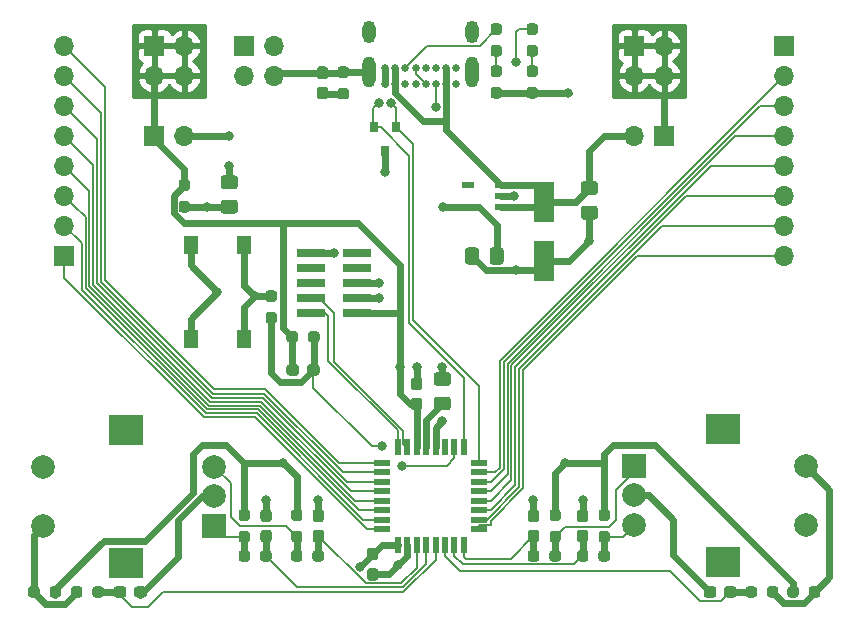
<source format=gtl>
%TF.GenerationSoftware,KiCad,Pcbnew,5.1.12-84ad8e8a86~92~ubuntu21.04.1*%
%TF.CreationDate,2021-11-23T21:41:36+01:00*%
%TF.ProjectId,main,6d61696e-2e6b-4696-9361-645f70636258,rev?*%
%TF.SameCoordinates,Original*%
%TF.FileFunction,Copper,L1,Top*%
%TF.FilePolarity,Positive*%
%FSLAX46Y46*%
G04 Gerber Fmt 4.6, Leading zero omitted, Abs format (unit mm)*
G04 Created by KiCad (PCBNEW 5.1.12-84ad8e8a86~92~ubuntu21.04.1) date 2021-11-23 21:41:36*
%MOMM*%
%LPD*%
G01*
G04 APERTURE LIST*
%TA.AperFunction,SMDPad,CuDef*%
%ADD10R,2.400000X0.740000*%
%TD*%
%TA.AperFunction,ComponentPad*%
%ADD11O,1.117600X2.616200*%
%TD*%
%TA.AperFunction,ComponentPad*%
%ADD12O,1.117600X1.905000*%
%TD*%
%TA.AperFunction,ComponentPad*%
%ADD13C,0.660400*%
%TD*%
%TA.AperFunction,ComponentPad*%
%ADD14C,2.000000*%
%TD*%
%TA.AperFunction,ComponentPad*%
%ADD15R,3.000000X2.500000*%
%TD*%
%TA.AperFunction,ComponentPad*%
%ADD16R,2.000000X2.000000*%
%TD*%
%TA.AperFunction,SMDPad,CuDef*%
%ADD17R,1.000001X0.599999*%
%TD*%
%TA.AperFunction,ComponentPad*%
%ADD18O,1.700000X1.700000*%
%TD*%
%TA.AperFunction,ComponentPad*%
%ADD19R,1.700000X1.700000*%
%TD*%
%TA.AperFunction,SMDPad,CuDef*%
%ADD20R,0.508000X1.473200*%
%TD*%
%TA.AperFunction,SMDPad,CuDef*%
%ADD21R,1.473200X0.508000*%
%TD*%
%TA.AperFunction,SMDPad,CuDef*%
%ADD22R,1.300000X1.550000*%
%TD*%
%TA.AperFunction,SMDPad,CuDef*%
%ADD23R,1.800000X3.500000*%
%TD*%
%TA.AperFunction,SMDPad,CuDef*%
%ADD24R,0.800000X0.900000*%
%TD*%
%TA.AperFunction,ViaPad*%
%ADD25C,0.800000*%
%TD*%
%TA.AperFunction,Conductor*%
%ADD26C,0.600000*%
%TD*%
%TA.AperFunction,Conductor*%
%ADD27C,0.200000*%
%TD*%
%TA.AperFunction,Conductor*%
%ADD28C,0.254000*%
%TD*%
%TA.AperFunction,Conductor*%
%ADD29C,0.100000*%
%TD*%
G04 APERTURE END LIST*
D10*
%TO.P,J2,10*%
%TO.N,Net-(J2-Pad10)*%
X112350000Y-139446000D03*
%TO.P,J2,9*%
%TO.N,Net-(J2-Pad9)*%
X116250000Y-139446000D03*
%TO.P,J2,8*%
%TO.N,Net-(J2-Pad8)*%
X112350000Y-140716000D03*
%TO.P,J2,7*%
%TO.N,Net-(J2-Pad7)*%
X116250000Y-140716000D03*
%TO.P,J2,6*%
%TO.N,Net-(J2-Pad6)*%
X112350000Y-141986000D03*
%TO.P,J2,5*%
%TO.N,GND*%
X116250000Y-141986000D03*
%TO.P,J2,4*%
%TO.N,Net-(J2-Pad4)*%
X112350000Y-143256000D03*
%TO.P,J2,3*%
%TO.N,GND*%
X116250000Y-143256000D03*
%TO.P,J2,2*%
%TO.N,Net-(J2-Pad2)*%
X112350000Y-144526000D03*
%TO.P,J2,1*%
%TO.N,+3V3*%
X116250000Y-144526000D03*
%TD*%
D11*
%TO.P,J4,18*%
%TO.N,GND*%
X117276971Y-124140000D03*
%TO.P,J4,17*%
%TO.N,Net-(J4-Pad17)*%
X125926956Y-124139999D03*
D12*
%TO.P,J4,20*%
%TO.N,Net-(J4-Pad20)*%
X117276971Y-120755000D03*
%TO.P,J4,19*%
%TO.N,Net-(J4-Pad19)*%
X125926941Y-120755000D03*
D13*
%TO.P,J4,16*%
%TO.N,GND*%
X118626955Y-123770000D03*
%TO.P,J4,15*%
%TO.N,/Power supply/V_USB*%
X119476956Y-123770000D03*
%TO.P,J4,14*%
%TO.N,Net-(J4-Pad14)*%
X120326954Y-123770000D03*
%TO.P,J4,13*%
%TO.N,/USB port/USB_D+*%
X121176955Y-123770000D03*
%TO.P,J4,12*%
%TO.N,/USB port/USB_D-*%
X122026956Y-123770000D03*
%TO.P,J4,11*%
%TO.N,Net-(J4-Pad11)*%
X122876957Y-123770000D03*
%TO.P,J4,10*%
%TO.N,/Power supply/V_USB*%
X123726955Y-123770000D03*
%TO.P,J4,9*%
%TO.N,GND*%
X124576956Y-123770000D03*
%TO.P,J4,8*%
X118626955Y-125120000D03*
%TO.P,J4,7*%
%TO.N,/Power supply/V_USB*%
X119476956Y-125120000D03*
%TO.P,J4,6*%
%TO.N,Net-(J4-Pad6)*%
X120326954Y-125120000D03*
%TO.P,J4,5*%
%TO.N,/USB port/USB_D-*%
X121176955Y-125120000D03*
%TO.P,J4,4*%
%TO.N,/USB port/USB_D+*%
X122026956Y-125120000D03*
%TO.P,J4,3*%
%TO.N,Net-(J4-Pad3)*%
X122876957Y-125120000D03*
%TO.P,J4,2*%
%TO.N,/Power supply/V_USB*%
X123726955Y-125120000D03*
%TO.P,J4,1*%
%TO.N,GND*%
X124576956Y-125120000D03*
%TD*%
D14*
%TO.P,SW3,S2*%
%TO.N,GND*%
X154200000Y-162480000D03*
%TO.P,SW3,S1*%
%TO.N,Net-(R18-Pad1)*%
X154200000Y-157480000D03*
D15*
%TO.P,SW3,MP*%
%TO.N,N/C*%
X147200000Y-165580000D03*
X147200000Y-154380000D03*
D14*
%TO.P,SW3,B*%
%TO.N,Net-(R14-Pad1)*%
X139700000Y-162480000D03*
%TO.P,SW3,C*%
%TO.N,GND*%
X139700000Y-159980000D03*
D16*
%TO.P,SW3,A*%
%TO.N,Net-(R15-Pad1)*%
X139700000Y-157480000D03*
%TD*%
%TO.P,R15,2*%
%TO.N,+3V3*%
%TA.AperFunction,SMDPad,CuDef*%
G36*
G01*
X133237500Y-162135000D02*
X132762500Y-162135000D01*
G75*
G02*
X132525000Y-161897500I0J237500D01*
G01*
X132525000Y-161397500D01*
G75*
G02*
X132762500Y-161160000I237500J0D01*
G01*
X133237500Y-161160000D01*
G75*
G02*
X133475000Y-161397500I0J-237500D01*
G01*
X133475000Y-161897500D01*
G75*
G02*
X133237500Y-162135000I-237500J0D01*
G01*
G37*
%TD.AperFunction*%
%TO.P,R15,1*%
%TO.N,Net-(R15-Pad1)*%
%TA.AperFunction,SMDPad,CuDef*%
G36*
G01*
X133237500Y-163960000D02*
X132762500Y-163960000D01*
G75*
G02*
X132525000Y-163722500I0J237500D01*
G01*
X132525000Y-163222500D01*
G75*
G02*
X132762500Y-162985000I237500J0D01*
G01*
X133237500Y-162985000D01*
G75*
G02*
X133475000Y-163222500I0J-237500D01*
G01*
X133475000Y-163722500D01*
G75*
G02*
X133237500Y-163960000I-237500J0D01*
G01*
G37*
%TD.AperFunction*%
%TD*%
%TO.P,R14,2*%
%TO.N,+3V3*%
%TA.AperFunction,SMDPad,CuDef*%
G36*
G01*
X137397500Y-162135000D02*
X136922500Y-162135000D01*
G75*
G02*
X136685000Y-161897500I0J237500D01*
G01*
X136685000Y-161397500D01*
G75*
G02*
X136922500Y-161160000I237500J0D01*
G01*
X137397500Y-161160000D01*
G75*
G02*
X137635000Y-161397500I0J-237500D01*
G01*
X137635000Y-161897500D01*
G75*
G02*
X137397500Y-162135000I-237500J0D01*
G01*
G37*
%TD.AperFunction*%
%TO.P,R14,1*%
%TO.N,Net-(R14-Pad1)*%
%TA.AperFunction,SMDPad,CuDef*%
G36*
G01*
X137397500Y-163960000D02*
X136922500Y-163960000D01*
G75*
G02*
X136685000Y-163722500I0J237500D01*
G01*
X136685000Y-163222500D01*
G75*
G02*
X136922500Y-162985000I237500J0D01*
G01*
X137397500Y-162985000D01*
G75*
G02*
X137635000Y-163222500I0J-237500D01*
G01*
X137635000Y-163722500D01*
G75*
G02*
X137397500Y-163960000I-237500J0D01*
G01*
G37*
%TD.AperFunction*%
%TD*%
D17*
%TO.P,U2,5*%
%TO.N,Net-(C8-Pad1)*%
X125625001Y-135570001D03*
%TO.P,U2,4*%
%TO.N,Net-(U2-Pad4)*%
X125625001Y-133670002D03*
%TO.P,U2,3*%
%TO.N,/Power supply/V_USB*%
X128375001Y-133670002D03*
%TO.P,U2,2*%
%TO.N,GND*%
X128375001Y-134620000D03*
%TO.P,U2,1*%
%TO.N,/Power supply/V_USB*%
X128375001Y-135570001D03*
%TD*%
D18*
%TO.P,JP2,2*%
%TO.N,Net-(C8-Pad1)*%
X101600000Y-129540000D03*
D19*
%TO.P,JP2,1*%
%TO.N,+3V3*%
X99060000Y-129540000D03*
%TD*%
D18*
%TO.P,JP1,2*%
%TO.N,/Power supply/V_USB*%
X139700000Y-129540000D03*
D19*
%TO.P,JP1,1*%
%TO.N,+5V*%
X142240000Y-129540000D03*
%TD*%
D20*
%TO.P,U1,32*%
%TO.N,Net-(J2-Pad2)*%
X119668451Y-155901001D03*
%TO.P,U1,31*%
%TO.N,Net-(J2-Pad4)*%
X120468451Y-155901001D03*
%TO.P,U1,30*%
%TO.N,+3V3*%
X121268450Y-155901001D03*
%TO.P,U1,29*%
%TO.N,Net-(C3-Pad1)*%
X122068451Y-155901001D03*
%TO.P,U1,28*%
%TO.N,GND*%
X122868449Y-155901001D03*
%TO.P,U1,27*%
%TO.N,Net-(U1-Pad27)*%
X123668450Y-155901001D03*
%TO.P,U1,26*%
%TO.N,Net-(C2-Pad2)*%
X124468451Y-155901001D03*
%TO.P,U1,25*%
%TO.N,/USB port/USB_D+*%
X125268449Y-155901001D03*
D21*
%TO.P,U1,24*%
%TO.N,/USB port/USB_D-*%
X126587449Y-157220001D03*
%TO.P,U1,23*%
%TO.N,Net-(J3-Pad2)*%
X126587449Y-158020001D03*
%TO.P,U1,22*%
%TO.N,Net-(J3-Pad3)*%
X126587449Y-158820000D03*
%TO.P,U1,21*%
%TO.N,Net-(J3-Pad4)*%
X126587449Y-159620001D03*
%TO.P,U1,20*%
%TO.N,Net-(J3-Pad5)*%
X126587449Y-160419999D03*
%TO.P,U1,19*%
%TO.N,Net-(J3-Pad6)*%
X126587449Y-161220000D03*
%TO.P,U1,18*%
%TO.N,Net-(J3-Pad7)*%
X126587449Y-162020001D03*
%TO.P,U1,17*%
%TO.N,Net-(J3-Pad8)*%
X126587449Y-162819999D03*
D20*
%TO.P,U1,16*%
%TO.N,/UI.sch/RC_Right_A*%
X125268449Y-164138999D03*
%TO.P,U1,15*%
%TO.N,/UI.sch/RC_Right_B*%
X124468449Y-164138999D03*
%TO.P,U1,14*%
%TO.N,/UI.sch/SW_Right*%
X123668450Y-164138999D03*
%TO.P,U1,13*%
%TO.N,/UI.sch/SW_Left*%
X122868449Y-164138999D03*
%TO.P,U1,12*%
%TO.N,/UI.sch/RC_Left_A*%
X122068451Y-164138999D03*
%TO.P,U1,11*%
%TO.N,/UI.sch/RC_Left_B*%
X121268450Y-164138999D03*
%TO.P,U1,10*%
%TO.N,GND*%
X120468449Y-164138999D03*
%TO.P,U1,9*%
%TO.N,+3.3VA*%
X119668451Y-164138999D03*
D21*
%TO.P,U1,8*%
%TO.N,Net-(J1-Pad1)*%
X118349451Y-162819999D03*
%TO.P,U1,7*%
%TO.N,Net-(J1-Pad2)*%
X118349451Y-162019999D03*
%TO.P,U1,6*%
%TO.N,Net-(J1-Pad3)*%
X118349451Y-161220000D03*
%TO.P,U1,5*%
%TO.N,Net-(J1-Pad4)*%
X118349451Y-160419999D03*
%TO.P,U1,4*%
%TO.N,Net-(J1-Pad5)*%
X118349451Y-159620001D03*
%TO.P,U1,3*%
%TO.N,Net-(J1-Pad6)*%
X118349451Y-158820000D03*
%TO.P,U1,2*%
%TO.N,Net-(J1-Pad7)*%
X118349451Y-158019999D03*
%TO.P,U1,1*%
%TO.N,Net-(J1-Pad8)*%
X118349451Y-157220001D03*
%TD*%
D14*
%TO.P,SW2,S2*%
%TO.N,GND*%
X89640000Y-157560000D03*
%TO.P,SW2,S1*%
%TO.N,Net-(R12-Pad1)*%
X89640000Y-162560000D03*
D15*
%TO.P,SW2,MP*%
%TO.N,N/C*%
X96640000Y-154460000D03*
X96640000Y-165660000D03*
D14*
%TO.P,SW2,B*%
%TO.N,Net-(R10-Pad2)*%
X104140000Y-157560000D03*
%TO.P,SW2,C*%
%TO.N,GND*%
X104140000Y-160060000D03*
D16*
%TO.P,SW2,A*%
%TO.N,Net-(R11-Pad2)*%
X104140000Y-162560000D03*
%TD*%
D22*
%TO.P,SW1,2*%
%TO.N,GND*%
X102144000Y-146723000D03*
%TO.P,SW1,1*%
%TO.N,Net-(J2-Pad10)*%
X106644000Y-146723000D03*
X106644000Y-138773000D03*
%TO.P,SW1,2*%
%TO.N,GND*%
X102144000Y-138773000D03*
%TD*%
%TO.P,R19,2*%
%TO.N,Net-(R18-Pad1)*%
%TA.AperFunction,SMDPad,CuDef*%
G36*
G01*
X154475000Y-168385500D02*
X154475000Y-167910500D01*
G75*
G02*
X154712500Y-167673000I237500J0D01*
G01*
X155212500Y-167673000D01*
G75*
G02*
X155450000Y-167910500I0J-237500D01*
G01*
X155450000Y-168385500D01*
G75*
G02*
X155212500Y-168623000I-237500J0D01*
G01*
X154712500Y-168623000D01*
G75*
G02*
X154475000Y-168385500I0J237500D01*
G01*
G37*
%TD.AperFunction*%
%TO.P,R19,1*%
%TO.N,+3V3*%
%TA.AperFunction,SMDPad,CuDef*%
G36*
G01*
X152650000Y-168385500D02*
X152650000Y-167910500D01*
G75*
G02*
X152887500Y-167673000I237500J0D01*
G01*
X153387500Y-167673000D01*
G75*
G02*
X153625000Y-167910500I0J-237500D01*
G01*
X153625000Y-168385500D01*
G75*
G02*
X153387500Y-168623000I-237500J0D01*
G01*
X152887500Y-168623000D01*
G75*
G02*
X152650000Y-168385500I0J237500D01*
G01*
G37*
%TD.AperFunction*%
%TD*%
%TO.P,R18,2*%
%TO.N,/UI.sch/SW_Right*%
%TA.AperFunction,SMDPad,CuDef*%
G36*
G01*
X150082750Y-167910500D02*
X150082750Y-168385500D01*
G75*
G02*
X149845250Y-168623000I-237500J0D01*
G01*
X149345250Y-168623000D01*
G75*
G02*
X149107750Y-168385500I0J237500D01*
G01*
X149107750Y-167910500D01*
G75*
G02*
X149345250Y-167673000I237500J0D01*
G01*
X149845250Y-167673000D01*
G75*
G02*
X150082750Y-167910500I0J-237500D01*
G01*
G37*
%TD.AperFunction*%
%TO.P,R18,1*%
%TO.N,Net-(R18-Pad1)*%
%TA.AperFunction,SMDPad,CuDef*%
G36*
G01*
X151907750Y-167910500D02*
X151907750Y-168385500D01*
G75*
G02*
X151670250Y-168623000I-237500J0D01*
G01*
X151170250Y-168623000D01*
G75*
G02*
X150932750Y-168385500I0J237500D01*
G01*
X150932750Y-167910500D01*
G75*
G02*
X151170250Y-167673000I237500J0D01*
G01*
X151670250Y-167673000D01*
G75*
G02*
X151907750Y-167910500I0J-237500D01*
G01*
G37*
%TD.AperFunction*%
%TD*%
%TO.P,R17,2*%
%TO.N,Net-(R15-Pad1)*%
%TA.AperFunction,SMDPad,CuDef*%
G36*
G01*
X132505000Y-165337500D02*
X132505000Y-164862500D01*
G75*
G02*
X132742500Y-164625000I237500J0D01*
G01*
X133242500Y-164625000D01*
G75*
G02*
X133480000Y-164862500I0J-237500D01*
G01*
X133480000Y-165337500D01*
G75*
G02*
X133242500Y-165575000I-237500J0D01*
G01*
X132742500Y-165575000D01*
G75*
G02*
X132505000Y-165337500I0J237500D01*
G01*
G37*
%TD.AperFunction*%
%TO.P,R17,1*%
%TO.N,/UI.sch/RC_Right_A*%
%TA.AperFunction,SMDPad,CuDef*%
G36*
G01*
X130680000Y-165337500D02*
X130680000Y-164862500D01*
G75*
G02*
X130917500Y-164625000I237500J0D01*
G01*
X131417500Y-164625000D01*
G75*
G02*
X131655000Y-164862500I0J-237500D01*
G01*
X131655000Y-165337500D01*
G75*
G02*
X131417500Y-165575000I-237500J0D01*
G01*
X130917500Y-165575000D01*
G75*
G02*
X130680000Y-165337500I0J237500D01*
G01*
G37*
%TD.AperFunction*%
%TD*%
%TO.P,R16,2*%
%TO.N,Net-(R14-Pad1)*%
%TA.AperFunction,SMDPad,CuDef*%
G36*
G01*
X136665000Y-165337500D02*
X136665000Y-164862500D01*
G75*
G02*
X136902500Y-164625000I237500J0D01*
G01*
X137402500Y-164625000D01*
G75*
G02*
X137640000Y-164862500I0J-237500D01*
G01*
X137640000Y-165337500D01*
G75*
G02*
X137402500Y-165575000I-237500J0D01*
G01*
X136902500Y-165575000D01*
G75*
G02*
X136665000Y-165337500I0J237500D01*
G01*
G37*
%TD.AperFunction*%
%TO.P,R16,1*%
%TO.N,/UI.sch/RC_Right_B*%
%TA.AperFunction,SMDPad,CuDef*%
G36*
G01*
X134840000Y-165337500D02*
X134840000Y-164862500D01*
G75*
G02*
X135077500Y-164625000I237500J0D01*
G01*
X135577500Y-164625000D01*
G75*
G02*
X135815000Y-164862500I0J-237500D01*
G01*
X135815000Y-165337500D01*
G75*
G02*
X135577500Y-165575000I-237500J0D01*
G01*
X135077500Y-165575000D01*
G75*
G02*
X134840000Y-165337500I0J237500D01*
G01*
G37*
%TD.AperFunction*%
%TD*%
%TO.P,R13,2*%
%TO.N,Net-(R12-Pad1)*%
%TA.AperFunction,SMDPad,CuDef*%
G36*
G01*
X89340500Y-167910500D02*
X89340500Y-168385500D01*
G75*
G02*
X89103000Y-168623000I-237500J0D01*
G01*
X88603000Y-168623000D01*
G75*
G02*
X88365500Y-168385500I0J237500D01*
G01*
X88365500Y-167910500D01*
G75*
G02*
X88603000Y-167673000I237500J0D01*
G01*
X89103000Y-167673000D01*
G75*
G02*
X89340500Y-167910500I0J-237500D01*
G01*
G37*
%TD.AperFunction*%
%TO.P,R13,1*%
%TO.N,+3V3*%
%TA.AperFunction,SMDPad,CuDef*%
G36*
G01*
X91165500Y-167910500D02*
X91165500Y-168385500D01*
G75*
G02*
X90928000Y-168623000I-237500J0D01*
G01*
X90428000Y-168623000D01*
G75*
G02*
X90190500Y-168385500I0J237500D01*
G01*
X90190500Y-167910500D01*
G75*
G02*
X90428000Y-167673000I237500J0D01*
G01*
X90928000Y-167673000D01*
G75*
G02*
X91165500Y-167910500I0J-237500D01*
G01*
G37*
%TD.AperFunction*%
%TD*%
%TO.P,R12,2*%
%TO.N,/UI.sch/SW_Left*%
%TA.AperFunction,SMDPad,CuDef*%
G36*
G01*
X93821750Y-168385500D02*
X93821750Y-167910500D01*
G75*
G02*
X94059250Y-167673000I237500J0D01*
G01*
X94559250Y-167673000D01*
G75*
G02*
X94796750Y-167910500I0J-237500D01*
G01*
X94796750Y-168385500D01*
G75*
G02*
X94559250Y-168623000I-237500J0D01*
G01*
X94059250Y-168623000D01*
G75*
G02*
X93821750Y-168385500I0J237500D01*
G01*
G37*
%TD.AperFunction*%
%TO.P,R12,1*%
%TO.N,Net-(R12-Pad1)*%
%TA.AperFunction,SMDPad,CuDef*%
G36*
G01*
X91996750Y-168385500D02*
X91996750Y-167910500D01*
G75*
G02*
X92234250Y-167673000I237500J0D01*
G01*
X92734250Y-167673000D01*
G75*
G02*
X92971750Y-167910500I0J-237500D01*
G01*
X92971750Y-168385500D01*
G75*
G02*
X92734250Y-168623000I-237500J0D01*
G01*
X92234250Y-168623000D01*
G75*
G02*
X91996750Y-168385500I0J237500D01*
G01*
G37*
%TD.AperFunction*%
%TD*%
%TO.P,R11,2*%
%TO.N,Net-(R11-Pad2)*%
%TA.AperFunction,SMDPad,CuDef*%
G36*
G01*
X107175000Y-164862500D02*
X107175000Y-165337500D01*
G75*
G02*
X106937500Y-165575000I-237500J0D01*
G01*
X106437500Y-165575000D01*
G75*
G02*
X106200000Y-165337500I0J237500D01*
G01*
X106200000Y-164862500D01*
G75*
G02*
X106437500Y-164625000I237500J0D01*
G01*
X106937500Y-164625000D01*
G75*
G02*
X107175000Y-164862500I0J-237500D01*
G01*
G37*
%TD.AperFunction*%
%TO.P,R11,1*%
%TO.N,/UI.sch/RC_Left_A*%
%TA.AperFunction,SMDPad,CuDef*%
G36*
G01*
X109000000Y-164862500D02*
X109000000Y-165337500D01*
G75*
G02*
X108762500Y-165575000I-237500J0D01*
G01*
X108262500Y-165575000D01*
G75*
G02*
X108025000Y-165337500I0J237500D01*
G01*
X108025000Y-164862500D01*
G75*
G02*
X108262500Y-164625000I237500J0D01*
G01*
X108762500Y-164625000D01*
G75*
G02*
X109000000Y-164862500I0J-237500D01*
G01*
G37*
%TD.AperFunction*%
%TD*%
%TO.P,R10,2*%
%TO.N,Net-(R10-Pad2)*%
%TA.AperFunction,SMDPad,CuDef*%
G36*
G01*
X111600000Y-164862500D02*
X111600000Y-165337500D01*
G75*
G02*
X111362500Y-165575000I-237500J0D01*
G01*
X110862500Y-165575000D01*
G75*
G02*
X110625000Y-165337500I0J237500D01*
G01*
X110625000Y-164862500D01*
G75*
G02*
X110862500Y-164625000I237500J0D01*
G01*
X111362500Y-164625000D01*
G75*
G02*
X111600000Y-164862500I0J-237500D01*
G01*
G37*
%TD.AperFunction*%
%TO.P,R10,1*%
%TO.N,/UI.sch/RC_Left_B*%
%TA.AperFunction,SMDPad,CuDef*%
G36*
G01*
X113425000Y-164862500D02*
X113425000Y-165337500D01*
G75*
G02*
X113187500Y-165575000I-237500J0D01*
G01*
X112687500Y-165575000D01*
G75*
G02*
X112450000Y-165337500I0J237500D01*
G01*
X112450000Y-164862500D01*
G75*
G02*
X112687500Y-164625000I237500J0D01*
G01*
X113187500Y-164625000D01*
G75*
G02*
X113425000Y-164862500I0J-237500D01*
G01*
G37*
%TD.AperFunction*%
%TD*%
%TO.P,R9,2*%
%TO.N,+3V3*%
%TA.AperFunction,SMDPad,CuDef*%
G36*
G01*
X106912500Y-162135000D02*
X106437500Y-162135000D01*
G75*
G02*
X106200000Y-161897500I0J237500D01*
G01*
X106200000Y-161397500D01*
G75*
G02*
X106437500Y-161160000I237500J0D01*
G01*
X106912500Y-161160000D01*
G75*
G02*
X107150000Y-161397500I0J-237500D01*
G01*
X107150000Y-161897500D01*
G75*
G02*
X106912500Y-162135000I-237500J0D01*
G01*
G37*
%TD.AperFunction*%
%TO.P,R9,1*%
%TO.N,Net-(R11-Pad2)*%
%TA.AperFunction,SMDPad,CuDef*%
G36*
G01*
X106912500Y-163960000D02*
X106437500Y-163960000D01*
G75*
G02*
X106200000Y-163722500I0J237500D01*
G01*
X106200000Y-163222500D01*
G75*
G02*
X106437500Y-162985000I237500J0D01*
G01*
X106912500Y-162985000D01*
G75*
G02*
X107150000Y-163222500I0J-237500D01*
G01*
X107150000Y-163722500D01*
G75*
G02*
X106912500Y-163960000I-237500J0D01*
G01*
G37*
%TD.AperFunction*%
%TD*%
%TO.P,R8,2*%
%TO.N,+3V3*%
%TA.AperFunction,SMDPad,CuDef*%
G36*
G01*
X111362500Y-162135000D02*
X110887500Y-162135000D01*
G75*
G02*
X110650000Y-161897500I0J237500D01*
G01*
X110650000Y-161397500D01*
G75*
G02*
X110887500Y-161160000I237500J0D01*
G01*
X111362500Y-161160000D01*
G75*
G02*
X111600000Y-161397500I0J-237500D01*
G01*
X111600000Y-161897500D01*
G75*
G02*
X111362500Y-162135000I-237500J0D01*
G01*
G37*
%TD.AperFunction*%
%TO.P,R8,1*%
%TO.N,Net-(R10-Pad2)*%
%TA.AperFunction,SMDPad,CuDef*%
G36*
G01*
X111362500Y-163960000D02*
X110887500Y-163960000D01*
G75*
G02*
X110650000Y-163722500I0J237500D01*
G01*
X110650000Y-163222500D01*
G75*
G02*
X110887500Y-162985000I237500J0D01*
G01*
X111362500Y-162985000D01*
G75*
G02*
X111600000Y-163222500I0J-237500D01*
G01*
X111600000Y-163722500D01*
G75*
G02*
X111362500Y-163960000I-237500J0D01*
G01*
G37*
%TD.AperFunction*%
%TD*%
%TO.P,R7,2*%
%TO.N,Net-(R5-Pad1)*%
%TA.AperFunction,SMDPad,CuDef*%
G36*
G01*
X128253500Y-124543000D02*
X127778500Y-124543000D01*
G75*
G02*
X127541000Y-124305500I0J237500D01*
G01*
X127541000Y-123805500D01*
G75*
G02*
X127778500Y-123568000I237500J0D01*
G01*
X128253500Y-123568000D01*
G75*
G02*
X128491000Y-123805500I0J-237500D01*
G01*
X128491000Y-124305500D01*
G75*
G02*
X128253500Y-124543000I-237500J0D01*
G01*
G37*
%TD.AperFunction*%
%TO.P,R7,1*%
%TO.N,GND*%
%TA.AperFunction,SMDPad,CuDef*%
G36*
G01*
X128253500Y-126368000D02*
X127778500Y-126368000D01*
G75*
G02*
X127541000Y-126130500I0J237500D01*
G01*
X127541000Y-125630500D01*
G75*
G02*
X127778500Y-125393000I237500J0D01*
G01*
X128253500Y-125393000D01*
G75*
G02*
X128491000Y-125630500I0J-237500D01*
G01*
X128491000Y-126130500D01*
G75*
G02*
X128253500Y-126368000I-237500J0D01*
G01*
G37*
%TD.AperFunction*%
%TD*%
%TO.P,R6,2*%
%TO.N,Net-(R4-Pad1)*%
%TA.AperFunction,SMDPad,CuDef*%
G36*
G01*
X131301500Y-124543000D02*
X130826500Y-124543000D01*
G75*
G02*
X130589000Y-124305500I0J237500D01*
G01*
X130589000Y-123805500D01*
G75*
G02*
X130826500Y-123568000I237500J0D01*
G01*
X131301500Y-123568000D01*
G75*
G02*
X131539000Y-123805500I0J-237500D01*
G01*
X131539000Y-124305500D01*
G75*
G02*
X131301500Y-124543000I-237500J0D01*
G01*
G37*
%TD.AperFunction*%
%TO.P,R6,1*%
%TO.N,GND*%
%TA.AperFunction,SMDPad,CuDef*%
G36*
G01*
X131301500Y-126368000D02*
X130826500Y-126368000D01*
G75*
G02*
X130589000Y-126130500I0J237500D01*
G01*
X130589000Y-125630500D01*
G75*
G02*
X130826500Y-125393000I237500J0D01*
G01*
X131301500Y-125393000D01*
G75*
G02*
X131539000Y-125630500I0J-237500D01*
G01*
X131539000Y-126130500D01*
G75*
G02*
X131301500Y-126368000I-237500J0D01*
G01*
G37*
%TD.AperFunction*%
%TD*%
%TO.P,R5,2*%
%TO.N,Net-(J4-Pad14)*%
%TA.AperFunction,SMDPad,CuDef*%
G36*
G01*
X128253500Y-120987000D02*
X127778500Y-120987000D01*
G75*
G02*
X127541000Y-120749500I0J237500D01*
G01*
X127541000Y-120249500D01*
G75*
G02*
X127778500Y-120012000I237500J0D01*
G01*
X128253500Y-120012000D01*
G75*
G02*
X128491000Y-120249500I0J-237500D01*
G01*
X128491000Y-120749500D01*
G75*
G02*
X128253500Y-120987000I-237500J0D01*
G01*
G37*
%TD.AperFunction*%
%TO.P,R5,1*%
%TO.N,Net-(R5-Pad1)*%
%TA.AperFunction,SMDPad,CuDef*%
G36*
G01*
X128253500Y-122812000D02*
X127778500Y-122812000D01*
G75*
G02*
X127541000Y-122574500I0J237500D01*
G01*
X127541000Y-122074500D01*
G75*
G02*
X127778500Y-121837000I237500J0D01*
G01*
X128253500Y-121837000D01*
G75*
G02*
X128491000Y-122074500I0J-237500D01*
G01*
X128491000Y-122574500D01*
G75*
G02*
X128253500Y-122812000I-237500J0D01*
G01*
G37*
%TD.AperFunction*%
%TD*%
%TO.P,R4,2*%
%TO.N,Net-(J4-Pad3)*%
%TA.AperFunction,SMDPad,CuDef*%
G36*
G01*
X131301500Y-120987000D02*
X130826500Y-120987000D01*
G75*
G02*
X130589000Y-120749500I0J237500D01*
G01*
X130589000Y-120249500D01*
G75*
G02*
X130826500Y-120012000I237500J0D01*
G01*
X131301500Y-120012000D01*
G75*
G02*
X131539000Y-120249500I0J-237500D01*
G01*
X131539000Y-120749500D01*
G75*
G02*
X131301500Y-120987000I-237500J0D01*
G01*
G37*
%TD.AperFunction*%
%TO.P,R4,1*%
%TO.N,Net-(R4-Pad1)*%
%TA.AperFunction,SMDPad,CuDef*%
G36*
G01*
X131301500Y-122812000D02*
X130826500Y-122812000D01*
G75*
G02*
X130589000Y-122574500I0J237500D01*
G01*
X130589000Y-122074500D01*
G75*
G02*
X130826500Y-121837000I237500J0D01*
G01*
X131301500Y-121837000D01*
G75*
G02*
X131539000Y-122074500I0J-237500D01*
G01*
X131539000Y-122574500D01*
G75*
G02*
X131301500Y-122812000I-237500J0D01*
G01*
G37*
%TD.AperFunction*%
%TD*%
%TO.P,R3,2*%
%TO.N,Net-(C5-Pad1)*%
%TA.AperFunction,SMDPad,CuDef*%
G36*
G01*
X114824500Y-125477500D02*
X115299500Y-125477500D01*
G75*
G02*
X115537000Y-125715000I0J-237500D01*
G01*
X115537000Y-126215000D01*
G75*
G02*
X115299500Y-126452500I-237500J0D01*
G01*
X114824500Y-126452500D01*
G75*
G02*
X114587000Y-126215000I0J237500D01*
G01*
X114587000Y-125715000D01*
G75*
G02*
X114824500Y-125477500I237500J0D01*
G01*
G37*
%TD.AperFunction*%
%TO.P,R3,1*%
%TO.N,GND*%
%TA.AperFunction,SMDPad,CuDef*%
G36*
G01*
X114824500Y-123652500D02*
X115299500Y-123652500D01*
G75*
G02*
X115537000Y-123890000I0J-237500D01*
G01*
X115537000Y-124390000D01*
G75*
G02*
X115299500Y-124627500I-237500J0D01*
G01*
X114824500Y-124627500D01*
G75*
G02*
X114587000Y-124390000I0J237500D01*
G01*
X114587000Y-123890000D01*
G75*
G02*
X114824500Y-123652500I237500J0D01*
G01*
G37*
%TD.AperFunction*%
%TD*%
%TO.P,R2,2*%
%TO.N,Net-(C2-Pad2)*%
%TA.AperFunction,SMDPad,CuDef*%
G36*
G01*
X112075000Y-146795500D02*
X112075000Y-146320500D01*
G75*
G02*
X112312500Y-146083000I237500J0D01*
G01*
X112812500Y-146083000D01*
G75*
G02*
X113050000Y-146320500I0J-237500D01*
G01*
X113050000Y-146795500D01*
G75*
G02*
X112812500Y-147033000I-237500J0D01*
G01*
X112312500Y-147033000D01*
G75*
G02*
X112075000Y-146795500I0J237500D01*
G01*
G37*
%TD.AperFunction*%
%TO.P,R2,1*%
%TO.N,+3V3*%
%TA.AperFunction,SMDPad,CuDef*%
G36*
G01*
X110250000Y-146795500D02*
X110250000Y-146320500D01*
G75*
G02*
X110487500Y-146083000I237500J0D01*
G01*
X110987500Y-146083000D01*
G75*
G02*
X111225000Y-146320500I0J-237500D01*
G01*
X111225000Y-146795500D01*
G75*
G02*
X110987500Y-147033000I-237500J0D01*
G01*
X110487500Y-147033000D01*
G75*
G02*
X110250000Y-146795500I0J237500D01*
G01*
G37*
%TD.AperFunction*%
%TD*%
%TO.P,R1,2*%
%TO.N,Net-(J2-Pad10)*%
%TA.AperFunction,SMDPad,CuDef*%
G36*
G01*
X109203500Y-143593000D02*
X108728500Y-143593000D01*
G75*
G02*
X108491000Y-143355500I0J237500D01*
G01*
X108491000Y-142855500D01*
G75*
G02*
X108728500Y-142618000I237500J0D01*
G01*
X109203500Y-142618000D01*
G75*
G02*
X109441000Y-142855500I0J-237500D01*
G01*
X109441000Y-143355500D01*
G75*
G02*
X109203500Y-143593000I-237500J0D01*
G01*
G37*
%TD.AperFunction*%
%TO.P,R1,1*%
%TO.N,Net-(C2-Pad2)*%
%TA.AperFunction,SMDPad,CuDef*%
G36*
G01*
X109203500Y-145418000D02*
X108728500Y-145418000D01*
G75*
G02*
X108491000Y-145180500I0J237500D01*
G01*
X108491000Y-144680500D01*
G75*
G02*
X108728500Y-144443000I237500J0D01*
G01*
X109203500Y-144443000D01*
G75*
G02*
X109441000Y-144680500I0J-237500D01*
G01*
X109441000Y-145180500D01*
G75*
G02*
X109203500Y-145418000I-237500J0D01*
G01*
G37*
%TD.AperFunction*%
%TD*%
D18*
%TO.P,J7,4*%
%TO.N,GND*%
X109220000Y-124460000D03*
%TO.P,J7,3*%
X106680000Y-124460000D03*
%TO.P,J7,2*%
X109220000Y-121920000D03*
D19*
%TO.P,J7,1*%
X106680000Y-121920000D03*
%TD*%
D18*
%TO.P,J6,4*%
%TO.N,+3V3*%
X101600000Y-124460000D03*
%TO.P,J6,3*%
X99060000Y-124460000D03*
%TO.P,J6,2*%
X101600000Y-121920000D03*
D19*
%TO.P,J6,1*%
X99060000Y-121920000D03*
%TD*%
D18*
%TO.P,J5,4*%
%TO.N,+5V*%
X142240000Y-124460000D03*
%TO.P,J5,3*%
X139700000Y-124460000D03*
%TO.P,J5,2*%
X142240000Y-121920000D03*
D19*
%TO.P,J5,1*%
X139700000Y-121920000D03*
%TD*%
D18*
%TO.P,J3,8*%
%TO.N,Net-(J3-Pad8)*%
X152400000Y-139700000D03*
%TO.P,J3,7*%
%TO.N,Net-(J3-Pad7)*%
X152400000Y-137160000D03*
%TO.P,J3,6*%
%TO.N,Net-(J3-Pad6)*%
X152400000Y-134620000D03*
%TO.P,J3,5*%
%TO.N,Net-(J3-Pad5)*%
X152400000Y-132080000D03*
%TO.P,J3,4*%
%TO.N,Net-(J3-Pad4)*%
X152400000Y-129540000D03*
%TO.P,J3,3*%
%TO.N,Net-(J3-Pad3)*%
X152400000Y-127000000D03*
%TO.P,J3,2*%
%TO.N,Net-(J3-Pad2)*%
X152400000Y-124460000D03*
D19*
%TO.P,J3,1*%
%TO.N,GND*%
X152400000Y-121920000D03*
%TD*%
D18*
%TO.P,J1,8*%
%TO.N,Net-(J1-Pad8)*%
X91440000Y-121920000D03*
%TO.P,J1,7*%
%TO.N,Net-(J1-Pad7)*%
X91440000Y-124460000D03*
%TO.P,J1,6*%
%TO.N,Net-(J1-Pad6)*%
X91440000Y-127000000D03*
%TO.P,J1,5*%
%TO.N,Net-(J1-Pad5)*%
X91440000Y-129540000D03*
%TO.P,J1,4*%
%TO.N,Net-(J1-Pad4)*%
X91440000Y-132080000D03*
%TO.P,J1,3*%
%TO.N,Net-(J1-Pad3)*%
X91440000Y-134620000D03*
%TO.P,J1,2*%
%TO.N,Net-(J1-Pad2)*%
X91440000Y-137160000D03*
D19*
%TO.P,J1,1*%
%TO.N,Net-(J1-Pad1)*%
X91440000Y-139700000D03*
%TD*%
%TO.P,FB1,2*%
%TO.N,+3V3*%
%TA.AperFunction,SMDPad,CuDef*%
G36*
G01*
X101837500Y-134195000D02*
X101362500Y-134195000D01*
G75*
G02*
X101125000Y-133957500I0J237500D01*
G01*
X101125000Y-133457500D01*
G75*
G02*
X101362500Y-133220000I237500J0D01*
G01*
X101837500Y-133220000D01*
G75*
G02*
X102075000Y-133457500I0J-237500D01*
G01*
X102075000Y-133957500D01*
G75*
G02*
X101837500Y-134195000I-237500J0D01*
G01*
G37*
%TD.AperFunction*%
%TO.P,FB1,1*%
%TO.N,+3.3VA*%
%TA.AperFunction,SMDPad,CuDef*%
G36*
G01*
X101837500Y-136020000D02*
X101362500Y-136020000D01*
G75*
G02*
X101125000Y-135782500I0J237500D01*
G01*
X101125000Y-135282500D01*
G75*
G02*
X101362500Y-135045000I237500J0D01*
G01*
X101837500Y-135045000D01*
G75*
G02*
X102075000Y-135282500I0J-237500D01*
G01*
X102075000Y-135782500D01*
G75*
G02*
X101837500Y-136020000I-237500J0D01*
G01*
G37*
%TD.AperFunction*%
%TD*%
D23*
%TO.P,D2,2*%
%TO.N,GND*%
X132080000Y-140120003D03*
%TO.P,D2,1*%
%TO.N,/Power supply/V_USB*%
X132080000Y-135120003D03*
%TD*%
D24*
%TO.P,D1,3*%
%TO.N,GND*%
X118594390Y-130794000D03*
%TO.P,D1,2*%
%TO.N,/USB port/USB_D+*%
X117644390Y-128794000D03*
%TO.P,D1,1*%
%TO.N,/USB port/USB_D-*%
X119544390Y-128794000D03*
%TD*%
%TO.P,C14,2*%
%TO.N,GND*%
%TA.AperFunction,SMDPad,CuDef*%
G36*
G01*
X146640500Y-167910500D02*
X146640500Y-168385500D01*
G75*
G02*
X146403000Y-168623000I-237500J0D01*
G01*
X145803000Y-168623000D01*
G75*
G02*
X145565500Y-168385500I0J237500D01*
G01*
X145565500Y-167910500D01*
G75*
G02*
X145803000Y-167673000I237500J0D01*
G01*
X146403000Y-167673000D01*
G75*
G02*
X146640500Y-167910500I0J-237500D01*
G01*
G37*
%TD.AperFunction*%
%TO.P,C14,1*%
%TO.N,/UI.sch/SW_Right*%
%TA.AperFunction,SMDPad,CuDef*%
G36*
G01*
X148365500Y-167910500D02*
X148365500Y-168385500D01*
G75*
G02*
X148128000Y-168623000I-237500J0D01*
G01*
X147528000Y-168623000D01*
G75*
G02*
X147290500Y-168385500I0J237500D01*
G01*
X147290500Y-167910500D01*
G75*
G02*
X147528000Y-167673000I237500J0D01*
G01*
X148128000Y-167673000D01*
G75*
G02*
X148365500Y-167910500I0J-237500D01*
G01*
G37*
%TD.AperFunction*%
%TD*%
%TO.P,C13,2*%
%TO.N,GND*%
%TA.AperFunction,SMDPad,CuDef*%
G36*
G01*
X131397500Y-162235000D02*
X130922500Y-162235000D01*
G75*
G02*
X130685000Y-161997500I0J237500D01*
G01*
X130685000Y-161397500D01*
G75*
G02*
X130922500Y-161160000I237500J0D01*
G01*
X131397500Y-161160000D01*
G75*
G02*
X131635000Y-161397500I0J-237500D01*
G01*
X131635000Y-161997500D01*
G75*
G02*
X131397500Y-162235000I-237500J0D01*
G01*
G37*
%TD.AperFunction*%
%TO.P,C13,1*%
%TO.N,/UI.sch/RC_Right_A*%
%TA.AperFunction,SMDPad,CuDef*%
G36*
G01*
X131397500Y-163960000D02*
X130922500Y-163960000D01*
G75*
G02*
X130685000Y-163722500I0J237500D01*
G01*
X130685000Y-163122500D01*
G75*
G02*
X130922500Y-162885000I237500J0D01*
G01*
X131397500Y-162885000D01*
G75*
G02*
X131635000Y-163122500I0J-237500D01*
G01*
X131635000Y-163722500D01*
G75*
G02*
X131397500Y-163960000I-237500J0D01*
G01*
G37*
%TD.AperFunction*%
%TD*%
%TO.P,C12,2*%
%TO.N,GND*%
%TA.AperFunction,SMDPad,CuDef*%
G36*
G01*
X135557500Y-162235000D02*
X135082500Y-162235000D01*
G75*
G02*
X134845000Y-161997500I0J237500D01*
G01*
X134845000Y-161397500D01*
G75*
G02*
X135082500Y-161160000I237500J0D01*
G01*
X135557500Y-161160000D01*
G75*
G02*
X135795000Y-161397500I0J-237500D01*
G01*
X135795000Y-161997500D01*
G75*
G02*
X135557500Y-162235000I-237500J0D01*
G01*
G37*
%TD.AperFunction*%
%TO.P,C12,1*%
%TO.N,/UI.sch/RC_Right_B*%
%TA.AperFunction,SMDPad,CuDef*%
G36*
G01*
X135557500Y-163960000D02*
X135082500Y-163960000D01*
G75*
G02*
X134845000Y-163722500I0J237500D01*
G01*
X134845000Y-163122500D01*
G75*
G02*
X135082500Y-162885000I237500J0D01*
G01*
X135557500Y-162885000D01*
G75*
G02*
X135795000Y-163122500I0J-237500D01*
G01*
X135795000Y-163722500D01*
G75*
G02*
X135557500Y-163960000I-237500J0D01*
G01*
G37*
%TD.AperFunction*%
%TD*%
%TO.P,C11,2*%
%TO.N,GND*%
%TA.AperFunction,SMDPad,CuDef*%
G36*
G01*
X97353000Y-168385500D02*
X97353000Y-167910500D01*
G75*
G02*
X97590500Y-167673000I237500J0D01*
G01*
X98190500Y-167673000D01*
G75*
G02*
X98428000Y-167910500I0J-237500D01*
G01*
X98428000Y-168385500D01*
G75*
G02*
X98190500Y-168623000I-237500J0D01*
G01*
X97590500Y-168623000D01*
G75*
G02*
X97353000Y-168385500I0J237500D01*
G01*
G37*
%TD.AperFunction*%
%TO.P,C11,1*%
%TO.N,/UI.sch/SW_Left*%
%TA.AperFunction,SMDPad,CuDef*%
G36*
G01*
X95628000Y-168385500D02*
X95628000Y-167910500D01*
G75*
G02*
X95865500Y-167673000I237500J0D01*
G01*
X96465500Y-167673000D01*
G75*
G02*
X96703000Y-167910500I0J-237500D01*
G01*
X96703000Y-168385500D01*
G75*
G02*
X96465500Y-168623000I-237500J0D01*
G01*
X95865500Y-168623000D01*
G75*
G02*
X95628000Y-168385500I0J237500D01*
G01*
G37*
%TD.AperFunction*%
%TD*%
%TO.P,C10,2*%
%TO.N,GND*%
%TA.AperFunction,SMDPad,CuDef*%
G36*
G01*
X108762500Y-162235000D02*
X108287500Y-162235000D01*
G75*
G02*
X108050000Y-161997500I0J237500D01*
G01*
X108050000Y-161397500D01*
G75*
G02*
X108287500Y-161160000I237500J0D01*
G01*
X108762500Y-161160000D01*
G75*
G02*
X109000000Y-161397500I0J-237500D01*
G01*
X109000000Y-161997500D01*
G75*
G02*
X108762500Y-162235000I-237500J0D01*
G01*
G37*
%TD.AperFunction*%
%TO.P,C10,1*%
%TO.N,/UI.sch/RC_Left_A*%
%TA.AperFunction,SMDPad,CuDef*%
G36*
G01*
X108762500Y-163960000D02*
X108287500Y-163960000D01*
G75*
G02*
X108050000Y-163722500I0J237500D01*
G01*
X108050000Y-163122500D01*
G75*
G02*
X108287500Y-162885000I237500J0D01*
G01*
X108762500Y-162885000D01*
G75*
G02*
X109000000Y-163122500I0J-237500D01*
G01*
X109000000Y-163722500D01*
G75*
G02*
X108762500Y-163960000I-237500J0D01*
G01*
G37*
%TD.AperFunction*%
%TD*%
%TO.P,C9,2*%
%TO.N,GND*%
%TA.AperFunction,SMDPad,CuDef*%
G36*
G01*
X113187500Y-162235000D02*
X112712500Y-162235000D01*
G75*
G02*
X112475000Y-161997500I0J237500D01*
G01*
X112475000Y-161397500D01*
G75*
G02*
X112712500Y-161160000I237500J0D01*
G01*
X113187500Y-161160000D01*
G75*
G02*
X113425000Y-161397500I0J-237500D01*
G01*
X113425000Y-161997500D01*
G75*
G02*
X113187500Y-162235000I-237500J0D01*
G01*
G37*
%TD.AperFunction*%
%TO.P,C9,1*%
%TO.N,/UI.sch/RC_Left_B*%
%TA.AperFunction,SMDPad,CuDef*%
G36*
G01*
X113187500Y-163960000D02*
X112712500Y-163960000D01*
G75*
G02*
X112475000Y-163722500I0J237500D01*
G01*
X112475000Y-163122500D01*
G75*
G02*
X112712500Y-162885000I237500J0D01*
G01*
X113187500Y-162885000D01*
G75*
G02*
X113425000Y-163122500I0J-237500D01*
G01*
X113425000Y-163722500D01*
G75*
G02*
X113187500Y-163960000I-237500J0D01*
G01*
G37*
%TD.AperFunction*%
%TD*%
%TO.P,C8,2*%
%TO.N,GND*%
%TA.AperFunction,SMDPad,CuDef*%
G36*
G01*
X126550000Y-139225000D02*
X126550000Y-140175000D01*
G75*
G02*
X126300000Y-140425000I-250000J0D01*
G01*
X125625000Y-140425000D01*
G75*
G02*
X125375000Y-140175000I0J250000D01*
G01*
X125375000Y-139225000D01*
G75*
G02*
X125625000Y-138975000I250000J0D01*
G01*
X126300000Y-138975000D01*
G75*
G02*
X126550000Y-139225000I0J-250000D01*
G01*
G37*
%TD.AperFunction*%
%TO.P,C8,1*%
%TO.N,Net-(C8-Pad1)*%
%TA.AperFunction,SMDPad,CuDef*%
G36*
G01*
X128625000Y-139225000D02*
X128625000Y-140175000D01*
G75*
G02*
X128375000Y-140425000I-250000J0D01*
G01*
X127700000Y-140425000D01*
G75*
G02*
X127450000Y-140175000I0J250000D01*
G01*
X127450000Y-139225000D01*
G75*
G02*
X127700000Y-138975000I250000J0D01*
G01*
X128375000Y-138975000D01*
G75*
G02*
X128625000Y-139225000I0J-250000D01*
G01*
G37*
%TD.AperFunction*%
%TD*%
%TO.P,C7,2*%
%TO.N,GND*%
%TA.AperFunction,SMDPad,CuDef*%
G36*
G01*
X105885000Y-134045000D02*
X104935000Y-134045000D01*
G75*
G02*
X104685000Y-133795000I0J250000D01*
G01*
X104685000Y-133120000D01*
G75*
G02*
X104935000Y-132870000I250000J0D01*
G01*
X105885000Y-132870000D01*
G75*
G02*
X106135000Y-133120000I0J-250000D01*
G01*
X106135000Y-133795000D01*
G75*
G02*
X105885000Y-134045000I-250000J0D01*
G01*
G37*
%TD.AperFunction*%
%TO.P,C7,1*%
%TO.N,+3.3VA*%
%TA.AperFunction,SMDPad,CuDef*%
G36*
G01*
X105885000Y-136120000D02*
X104935000Y-136120000D01*
G75*
G02*
X104685000Y-135870000I0J250000D01*
G01*
X104685000Y-135195000D01*
G75*
G02*
X104935000Y-134945000I250000J0D01*
G01*
X105885000Y-134945000D01*
G75*
G02*
X106135000Y-135195000I0J-250000D01*
G01*
X106135000Y-135870000D01*
G75*
G02*
X105885000Y-136120000I-250000J0D01*
G01*
G37*
%TD.AperFunction*%
%TD*%
%TO.P,C6,2*%
%TO.N,/Power supply/V_USB*%
%TA.AperFunction,SMDPad,CuDef*%
G36*
G01*
X136365000Y-134545003D02*
X135415000Y-134545003D01*
G75*
G02*
X135165000Y-134295003I0J250000D01*
G01*
X135165000Y-133620003D01*
G75*
G02*
X135415000Y-133370003I250000J0D01*
G01*
X136365000Y-133370003D01*
G75*
G02*
X136615000Y-133620003I0J-250000D01*
G01*
X136615000Y-134295003D01*
G75*
G02*
X136365000Y-134545003I-250000J0D01*
G01*
G37*
%TD.AperFunction*%
%TO.P,C6,1*%
%TO.N,GND*%
%TA.AperFunction,SMDPad,CuDef*%
G36*
G01*
X136365000Y-136620003D02*
X135415000Y-136620003D01*
G75*
G02*
X135165000Y-136370003I0J250000D01*
G01*
X135165000Y-135695003D01*
G75*
G02*
X135415000Y-135445003I250000J0D01*
G01*
X136365000Y-135445003D01*
G75*
G02*
X136615000Y-135695003I0J-250000D01*
G01*
X136615000Y-136370003D01*
G75*
G02*
X136365000Y-136620003I-250000J0D01*
G01*
G37*
%TD.AperFunction*%
%TD*%
%TO.P,C5,2*%
%TO.N,GND*%
%TA.AperFunction,SMDPad,CuDef*%
G36*
G01*
X113530501Y-124727500D02*
X113055501Y-124727500D01*
G75*
G02*
X112818001Y-124490000I0J237500D01*
G01*
X112818001Y-123890000D01*
G75*
G02*
X113055501Y-123652500I237500J0D01*
G01*
X113530501Y-123652500D01*
G75*
G02*
X113768001Y-123890000I0J-237500D01*
G01*
X113768001Y-124490000D01*
G75*
G02*
X113530501Y-124727500I-237500J0D01*
G01*
G37*
%TD.AperFunction*%
%TO.P,C5,1*%
%TO.N,Net-(C5-Pad1)*%
%TA.AperFunction,SMDPad,CuDef*%
G36*
G01*
X113530501Y-126452500D02*
X113055501Y-126452500D01*
G75*
G02*
X112818001Y-126215000I0J237500D01*
G01*
X112818001Y-125615000D01*
G75*
G02*
X113055501Y-125377500I237500J0D01*
G01*
X113530501Y-125377500D01*
G75*
G02*
X113768001Y-125615000I0J-237500D01*
G01*
X113768001Y-126215000D01*
G75*
G02*
X113530501Y-126452500I-237500J0D01*
G01*
G37*
%TD.AperFunction*%
%TD*%
%TO.P,C4,2*%
%TO.N,GND*%
%TA.AperFunction,SMDPad,CuDef*%
G36*
G01*
X121505950Y-151059000D02*
X121030950Y-151059000D01*
G75*
G02*
X120793450Y-150821500I0J237500D01*
G01*
X120793450Y-150221500D01*
G75*
G02*
X121030950Y-149984000I237500J0D01*
G01*
X121505950Y-149984000D01*
G75*
G02*
X121743450Y-150221500I0J-237500D01*
G01*
X121743450Y-150821500D01*
G75*
G02*
X121505950Y-151059000I-237500J0D01*
G01*
G37*
%TD.AperFunction*%
%TO.P,C4,1*%
%TO.N,+3V3*%
%TA.AperFunction,SMDPad,CuDef*%
G36*
G01*
X121505950Y-152784000D02*
X121030950Y-152784000D01*
G75*
G02*
X120793450Y-152546500I0J237500D01*
G01*
X120793450Y-151946500D01*
G75*
G02*
X121030950Y-151709000I237500J0D01*
G01*
X121505950Y-151709000D01*
G75*
G02*
X121743450Y-151946500I0J-237500D01*
G01*
X121743450Y-152546500D01*
G75*
G02*
X121505950Y-152784000I-237500J0D01*
G01*
G37*
%TD.AperFunction*%
%TD*%
%TO.P,C3,2*%
%TO.N,GND*%
%TA.AperFunction,SMDPad,CuDef*%
G36*
G01*
X123919000Y-150704000D02*
X122969000Y-150704000D01*
G75*
G02*
X122719000Y-150454000I0J250000D01*
G01*
X122719000Y-149779000D01*
G75*
G02*
X122969000Y-149529000I250000J0D01*
G01*
X123919000Y-149529000D01*
G75*
G02*
X124169000Y-149779000I0J-250000D01*
G01*
X124169000Y-150454000D01*
G75*
G02*
X123919000Y-150704000I-250000J0D01*
G01*
G37*
%TD.AperFunction*%
%TO.P,C3,1*%
%TO.N,Net-(C3-Pad1)*%
%TA.AperFunction,SMDPad,CuDef*%
G36*
G01*
X123919000Y-152779000D02*
X122969000Y-152779000D01*
G75*
G02*
X122719000Y-152529000I0J250000D01*
G01*
X122719000Y-151854000D01*
G75*
G02*
X122969000Y-151604000I250000J0D01*
G01*
X123919000Y-151604000D01*
G75*
G02*
X124169000Y-151854000I0J-250000D01*
G01*
X124169000Y-152529000D01*
G75*
G02*
X123919000Y-152779000I-250000J0D01*
G01*
G37*
%TD.AperFunction*%
%TD*%
%TO.P,C2,2*%
%TO.N,Net-(C2-Pad2)*%
%TA.AperFunction,SMDPad,CuDef*%
G36*
G01*
X111975000Y-149589500D02*
X111975000Y-149114500D01*
G75*
G02*
X112212500Y-148877000I237500J0D01*
G01*
X112812500Y-148877000D01*
G75*
G02*
X113050000Y-149114500I0J-237500D01*
G01*
X113050000Y-149589500D01*
G75*
G02*
X112812500Y-149827000I-237500J0D01*
G01*
X112212500Y-149827000D01*
G75*
G02*
X111975000Y-149589500I0J237500D01*
G01*
G37*
%TD.AperFunction*%
%TO.P,C2,1*%
%TO.N,+3V3*%
%TA.AperFunction,SMDPad,CuDef*%
G36*
G01*
X110250000Y-149589500D02*
X110250000Y-149114500D01*
G75*
G02*
X110487500Y-148877000I237500J0D01*
G01*
X111087500Y-148877000D01*
G75*
G02*
X111325000Y-149114500I0J-237500D01*
G01*
X111325000Y-149589500D01*
G75*
G02*
X111087500Y-149827000I-237500J0D01*
G01*
X110487500Y-149827000D01*
G75*
G02*
X110250000Y-149589500I0J237500D01*
G01*
G37*
%TD.AperFunction*%
%TD*%
%TO.P,C1,2*%
%TO.N,GND*%
%TA.AperFunction,SMDPad,CuDef*%
G36*
G01*
X117301000Y-166123500D02*
X117776000Y-166123500D01*
G75*
G02*
X118013500Y-166361000I0J-237500D01*
G01*
X118013500Y-166961000D01*
G75*
G02*
X117776000Y-167198500I-237500J0D01*
G01*
X117301000Y-167198500D01*
G75*
G02*
X117063500Y-166961000I0J237500D01*
G01*
X117063500Y-166361000D01*
G75*
G02*
X117301000Y-166123500I237500J0D01*
G01*
G37*
%TD.AperFunction*%
%TO.P,C1,1*%
%TO.N,+3.3VA*%
%TA.AperFunction,SMDPad,CuDef*%
G36*
G01*
X117301000Y-164398500D02*
X117776000Y-164398500D01*
G75*
G02*
X118013500Y-164636000I0J-237500D01*
G01*
X118013500Y-165236000D01*
G75*
G02*
X117776000Y-165473500I-237500J0D01*
G01*
X117301000Y-165473500D01*
G75*
G02*
X117063500Y-165236000I0J237500D01*
G01*
X117063500Y-164636000D01*
G75*
G02*
X117301000Y-164398500I237500J0D01*
G01*
G37*
%TD.AperFunction*%
%TD*%
D25*
%TO.N,GND*%
X129540000Y-134620000D03*
X135890000Y-138430000D03*
X119701076Y-165865576D03*
X105410000Y-132080000D03*
X129657990Y-140852010D03*
X112950000Y-160401000D03*
X108525000Y-160401000D03*
X131160000Y-160401000D03*
X135320000Y-160336000D03*
X123444000Y-149098000D03*
X121268450Y-149098000D03*
X123444000Y-153670000D03*
X118110000Y-141986000D03*
X118110000Y-143256000D03*
X104394000Y-142748000D03*
X118594390Y-132611610D03*
X134088500Y-125880500D03*
%TO.N,+3.3VA*%
X116472250Y-166002250D03*
X103481500Y-135532500D03*
%TO.N,Net-(C2-Pad2)*%
X120015000Y-157480000D03*
X118364000Y-155829000D03*
%TO.N,+3V3*%
X119888000Y-149098000D03*
X109977000Y-157221000D03*
X133832602Y-157251398D03*
%TO.N,Net-(C8-Pad1)*%
X123509999Y-135570001D03*
X105410000Y-129540000D03*
%TO.N,/USB port/USB_D+*%
X118062781Y-126746000D03*
%TO.N,/USB port/USB_D-*%
X119125999Y-126746000D03*
%TO.N,Net-(J2-Pad10)*%
X107545500Y-143105500D03*
X114300000Y-139446000D03*
%TO.N,Net-(J4-Pad3)*%
X122876957Y-127059043D03*
X129667000Y-123317000D03*
%TD*%
D26*
%TO.N,GND*%
X128375001Y-134620000D02*
X129540000Y-134620000D01*
X129540000Y-134620000D02*
X129540000Y-134620000D01*
X135890000Y-138430000D02*
X135890000Y-138430000D01*
X134199997Y-140120003D02*
X135890000Y-138430000D01*
X132080000Y-140120003D02*
X134199997Y-140120003D01*
X135890000Y-138430000D02*
X135890000Y-136032503D01*
X120468449Y-165098203D02*
X120468449Y-164138999D01*
X118905652Y-166661000D02*
X119701076Y-165865576D01*
X117538500Y-166661000D02*
X118905652Y-166661000D01*
X119701076Y-165865576D02*
X120468449Y-165098203D01*
X105410000Y-133457500D02*
X105410000Y-132080000D01*
X105410000Y-132080000D02*
X105410000Y-132080000D01*
X131347993Y-140852010D02*
X132080000Y-140120003D01*
X127114510Y-140852010D02*
X129657990Y-140852010D01*
X125962500Y-139700000D02*
X127114510Y-140852010D01*
X129657990Y-140852010D02*
X131347993Y-140852010D01*
X112950000Y-161697500D02*
X112950000Y-160448000D01*
X112950000Y-160448000D02*
X112950000Y-160448000D01*
X108525000Y-161697500D02*
X108525000Y-160401000D01*
X101092000Y-162052000D02*
X103084000Y-160060000D01*
X103084000Y-160060000D02*
X104140000Y-160060000D01*
X101092000Y-165200500D02*
X101092000Y-162052000D01*
X97890500Y-168402000D02*
X101092000Y-165200500D01*
X131160000Y-161697500D02*
X131160000Y-160401000D01*
X135320000Y-161697500D02*
X135320000Y-160336000D01*
X135320000Y-160336000D02*
X135320000Y-160336000D01*
X143002000Y-162052000D02*
X140930000Y-159980000D01*
X143002000Y-165047000D02*
X143002000Y-162052000D01*
X140930000Y-159980000D02*
X139700000Y-159980000D01*
X146103000Y-168148000D02*
X143002000Y-165047000D01*
X123444000Y-150116500D02*
X123444000Y-149098000D01*
X123444000Y-149098000D02*
X123444000Y-149098000D01*
X121268450Y-148987550D02*
X121268450Y-148987550D01*
X121268450Y-150521500D02*
X121268450Y-149098000D01*
X122868449Y-155901001D02*
X122868449Y-154245551D01*
X122868449Y-154245551D02*
X123444000Y-153670000D01*
X123444000Y-153670000D02*
X123444000Y-153670000D01*
X116250000Y-141986000D02*
X118110000Y-141986000D01*
X116250000Y-143256000D02*
X118110000Y-143256000D01*
X118110000Y-141986000D02*
X118110000Y-141986000D01*
X118110000Y-143256000D02*
X118110000Y-143256000D01*
X102144000Y-138773000D02*
X102144000Y-140498000D01*
X102144000Y-140498000D02*
X104394000Y-142748000D01*
X104394000Y-142748000D02*
X104394000Y-142748000D01*
X102144000Y-144998000D02*
X104394000Y-142748000D01*
X102144000Y-146723000D02*
X102144000Y-144998000D01*
X118594390Y-130794000D02*
X118594390Y-132611610D01*
X118594390Y-132611610D02*
X118594390Y-132611610D01*
X109540000Y-124140000D02*
X109220000Y-124460000D01*
X113277001Y-124206000D02*
X113293001Y-124190000D01*
X109474000Y-124206000D02*
X113277001Y-124206000D01*
X109220000Y-124460000D02*
X109474000Y-124206000D01*
X113309001Y-124206000D02*
X113293001Y-124190000D01*
X114996000Y-124206000D02*
X113309001Y-124206000D01*
X115062000Y-124140000D02*
X114996000Y-124206000D01*
X115128000Y-124206000D02*
X115062000Y-124140000D01*
X117276971Y-124140000D02*
X117210971Y-124206000D01*
X117276971Y-124140000D02*
X115062000Y-124140000D01*
X118626955Y-125120000D02*
X118626955Y-123770000D01*
X128016000Y-125880500D02*
X131064000Y-125880500D01*
X131064000Y-125880500D02*
X134088500Y-125880500D01*
X134088500Y-125880500D02*
X134135500Y-125880500D01*
%TO.N,+3.3VA*%
X118372501Y-164138999D02*
X119668451Y-164138999D01*
X117575500Y-164936000D02*
X118372501Y-164138999D01*
X117538500Y-164936000D02*
X117575500Y-164936000D01*
X105310000Y-135532500D02*
X105410000Y-135432500D01*
X101600000Y-135532500D02*
X103481500Y-135532500D01*
X116472250Y-166002250D02*
X117538500Y-164936000D01*
X103481500Y-135532500D02*
X105310000Y-135532500D01*
%TO.N,Net-(C2-Pad2)*%
X112562500Y-149302000D02*
X112512500Y-149352000D01*
X112562500Y-146558000D02*
X112562500Y-149302000D01*
X111496500Y-150368000D02*
X112512500Y-149352000D01*
X109728000Y-150368000D02*
X111496500Y-150368000D01*
X108966000Y-149606000D02*
X109728000Y-150368000D01*
X108966000Y-144930500D02*
X108966000Y-149606000D01*
D27*
X124468451Y-156837601D02*
X123826052Y-157480000D01*
X124468451Y-155901001D02*
X124468451Y-156837601D01*
X123826052Y-157480000D02*
X120015000Y-157480000D01*
X120015000Y-157480000D02*
X120015000Y-157480000D01*
X112512500Y-150866500D02*
X112512500Y-149352000D01*
X117475000Y-155829000D02*
X112512500Y-150866500D01*
X118364000Y-155829000D02*
X117475000Y-155829000D01*
D26*
%TO.N,+3V3*%
X99060000Y-129540000D02*
X99060000Y-124460000D01*
X106675000Y-157983038D02*
X106675000Y-161647500D01*
X106675000Y-157221000D02*
X106675000Y-157983038D01*
X105156000Y-155702000D02*
X106675000Y-157221000D01*
X102362000Y-159753854D02*
X102362000Y-156464000D01*
X103124000Y-155702000D02*
X105156000Y-155702000D01*
X102362000Y-156464000D02*
X103124000Y-155702000D01*
X98285853Y-163830000D02*
X102362000Y-159753854D01*
X94775000Y-163830000D02*
X98285853Y-163830000D01*
X90678000Y-167927000D02*
X94775000Y-163830000D01*
X90678000Y-168402000D02*
X90678000Y-167927000D01*
X137160000Y-157251398D02*
X137160000Y-161647500D01*
X133000000Y-161647500D02*
X133000000Y-158084000D01*
X133832602Y-157251398D02*
X133832602Y-157251398D01*
X133000000Y-158084000D02*
X133832602Y-157251398D01*
X111125000Y-158369000D02*
X111125000Y-161647500D01*
X109977000Y-157221000D02*
X109977000Y-157221000D01*
X106675000Y-157221000D02*
X109977000Y-157221000D01*
X137160000Y-156464000D02*
X137160000Y-157251398D01*
X141478000Y-155702000D02*
X137922000Y-155702000D01*
X153137500Y-167361500D02*
X141478000Y-155702000D01*
X137922000Y-155702000D02*
X137160000Y-156464000D01*
X153137500Y-168148000D02*
X153137500Y-167361500D01*
X121268450Y-152246500D02*
X121268450Y-155901001D01*
X101600000Y-132334000D02*
X101600000Y-133707500D01*
X99060000Y-129794000D02*
X101600000Y-132334000D01*
X99060000Y-129540000D02*
X99060000Y-129794000D01*
X120750500Y-152246500D02*
X121268450Y-152246500D01*
X116332000Y-136906000D02*
X119888000Y-140462000D01*
X100697990Y-136057752D02*
X101546238Y-136906000D01*
X100697990Y-134609510D02*
X100697990Y-136057752D01*
X119888000Y-151384000D02*
X120750500Y-152246500D01*
X101600000Y-133707500D02*
X100697990Y-134609510D01*
X119888000Y-149098000D02*
X119888000Y-151384000D01*
X109977000Y-157221000D02*
X111125000Y-158369000D01*
X133832602Y-157251398D02*
X137160000Y-157251398D01*
X118050000Y-144526000D02*
X119888000Y-144526000D01*
X116250000Y-144526000D02*
X118050000Y-144526000D01*
X119888000Y-144526000D02*
X119888000Y-149098000D01*
X119888000Y-140462000D02*
X119888000Y-144526000D01*
X110737500Y-149302000D02*
X110787500Y-149352000D01*
X110737500Y-146558000D02*
X110737500Y-149302000D01*
X109982000Y-145802500D02*
X109982000Y-136906000D01*
X110737500Y-146558000D02*
X109982000Y-145802500D01*
X109982000Y-136906000D02*
X116332000Y-136906000D01*
X101546238Y-136906000D02*
X109982000Y-136906000D01*
%TO.N,Net-(C3-Pad1)*%
X122068451Y-153567049D02*
X123444000Y-152191500D01*
X122068451Y-155901001D02*
X122068451Y-153567049D01*
%TO.N,Net-(C5-Pad1)*%
X113393001Y-125965000D02*
X113293001Y-125865000D01*
X115062000Y-125965000D02*
X113393001Y-125965000D01*
%TO.N,/Power supply/V_USB*%
X131630002Y-135570001D02*
X132080000Y-135120003D01*
X128375001Y-135570001D02*
X131630002Y-135570001D01*
X132080000Y-133670002D02*
X132080000Y-135120003D01*
X128375001Y-133670002D02*
X132080000Y-133670002D01*
X134727500Y-135120003D02*
X135890000Y-133957503D01*
X132080000Y-135120003D02*
X134727500Y-135120003D01*
X137160000Y-129540000D02*
X139700000Y-129540000D01*
X135890000Y-130810000D02*
X137160000Y-129540000D01*
X135890000Y-133957503D02*
X135890000Y-130810000D01*
X123726955Y-123770000D02*
X123726955Y-125120000D01*
X123726955Y-129021956D02*
X128375001Y-133670002D01*
X119476956Y-123770000D02*
X119476956Y-125120000D01*
X123726955Y-128241045D02*
X123726955Y-129021956D01*
X123726955Y-125120000D02*
X123726955Y-128241045D01*
X121845006Y-128241045D02*
X123726955Y-128241045D01*
X119476956Y-125872995D02*
X121845006Y-128241045D01*
X119476956Y-125120000D02*
X119476956Y-125872995D01*
%TO.N,Net-(C8-Pad1)*%
X128037500Y-137043750D02*
X128037500Y-139700000D01*
X126563751Y-135570001D02*
X128037500Y-137043750D01*
X125625001Y-135570001D02*
X126563751Y-135570001D01*
X105410000Y-129540000D02*
X105410000Y-129540000D01*
X101600000Y-129540000D02*
X105410000Y-129540000D01*
X123509999Y-135570001D02*
X125625001Y-135570001D01*
%TO.N,/UI.sch/RC_Left_B*%
X112950000Y-165087500D02*
X112937500Y-165100000D01*
X112950000Y-163549500D02*
X112950000Y-165087500D01*
D27*
X121268450Y-166096626D02*
X121268450Y-164138999D01*
X112950000Y-163422500D02*
X116953009Y-167425509D01*
X116953009Y-167425509D02*
X119939567Y-167425509D01*
X119939567Y-167425509D02*
X121268450Y-166096626D01*
D26*
%TO.N,/UI.sch/RC_Left_A*%
X108525000Y-165087500D02*
X108512500Y-165100000D01*
X108525000Y-163422500D02*
X108525000Y-165087500D01*
D27*
X120075018Y-167752520D02*
X122068451Y-165759087D01*
X111165020Y-167752520D02*
X120075018Y-167752520D01*
X122068451Y-165759087D02*
X122068451Y-164138999D01*
X108512500Y-165100000D02*
X111165020Y-167752520D01*
%TO.N,/UI.sch/SW_Left*%
X122868449Y-164613575D02*
X122868449Y-164138999D01*
D26*
X94309250Y-168148000D02*
X96165500Y-168148000D01*
D27*
X122868449Y-165421551D02*
X122868449Y-164138999D01*
X120142000Y-168148000D02*
X122868449Y-165421551D01*
X99822000Y-168148000D02*
X120142000Y-168148000D01*
X98552000Y-169418000D02*
X99822000Y-168148000D01*
X97181500Y-169418000D02*
X98552000Y-169418000D01*
X96165500Y-168402000D02*
X97181500Y-169418000D01*
X96165500Y-168148000D02*
X96165500Y-168402000D01*
D26*
%TO.N,/UI.sch/RC_Right_B*%
X135327500Y-163430000D02*
X135320000Y-163422500D01*
X135327500Y-165100000D02*
X135327500Y-163430000D01*
D27*
X134625490Y-165802010D02*
X135327500Y-165100000D01*
X125194860Y-165802010D02*
X134625490Y-165802010D01*
X124468449Y-165075599D02*
X125194860Y-165802010D01*
X124468449Y-164138999D02*
X124468449Y-165075599D01*
D26*
%TO.N,/UI.sch/RC_Right_A*%
X131160000Y-165092500D02*
X131167500Y-165100000D01*
X131160000Y-163422500D02*
X131160000Y-165092500D01*
D27*
X129228500Y-165354000D02*
X131160000Y-163422500D01*
X125476000Y-165354000D02*
X129228500Y-165354000D01*
X125268449Y-165146449D02*
X125476000Y-165354000D01*
X125268449Y-164138999D02*
X125268449Y-165146449D01*
D26*
%TO.N,/UI.sch/SW_Right*%
X149595250Y-168148000D02*
X147828000Y-168148000D01*
D27*
X123668450Y-165075599D02*
X123668450Y-164138999D01*
X124962851Y-166370000D02*
X123668450Y-165075599D01*
X142748000Y-166370000D02*
X124962851Y-166370000D01*
X145288000Y-168910000D02*
X142748000Y-166370000D01*
X147066000Y-168910000D02*
X145288000Y-168910000D01*
X147828000Y-168148000D02*
X147066000Y-168910000D01*
%TO.N,/USB port/USB_D+*%
X121176955Y-124269999D02*
X122026956Y-125120000D01*
X121176955Y-123770000D02*
X121176955Y-124269999D01*
X117602000Y-127206781D02*
X117602000Y-128751610D01*
X118062781Y-126746000D02*
X117602000Y-127206781D01*
X125268449Y-149994487D02*
X125268449Y-155901001D01*
X120650000Y-145376038D02*
X125268449Y-149994487D01*
X120650000Y-131199610D02*
X120650000Y-145376038D01*
X118244390Y-128794000D02*
X120650000Y-131199610D01*
X117644390Y-128794000D02*
X118244390Y-128794000D01*
%TO.N,/USB port/USB_D-*%
X119544390Y-127164391D02*
X119125999Y-126746000D01*
X119544390Y-128794000D02*
X119544390Y-127164391D01*
X126587449Y-156766001D02*
X126587449Y-157220001D01*
X126587449Y-150717449D02*
X126587449Y-156766001D01*
X120977011Y-145107011D02*
X126587449Y-150717449D01*
X120977011Y-130226621D02*
X120977011Y-145107011D01*
X119544390Y-128794000D02*
X120977011Y-130226621D01*
%TO.N,Net-(J1-Pad8)*%
X108458000Y-151003000D02*
X114675001Y-157220001D01*
X114675001Y-157220001D02*
X118349451Y-157220001D01*
X104140000Y-151003000D02*
X108458000Y-151003000D01*
X91440000Y-121920000D02*
X94872077Y-125352077D01*
X94872077Y-141735077D02*
X104140000Y-151003000D01*
X94872077Y-125352077D02*
X94872077Y-141735077D01*
%TO.N,Net-(J1-Pad7)*%
X115012537Y-158019999D02*
X118349451Y-158019999D01*
X108376538Y-151384000D02*
X115012537Y-158019999D01*
X94545066Y-127565066D02*
X94545066Y-141870529D01*
X104058537Y-151384000D02*
X108376538Y-151384000D01*
X91440000Y-124460000D02*
X94545066Y-127565066D01*
X94545066Y-141870529D02*
X104058537Y-151384000D01*
%TO.N,Net-(J1-Pad6)*%
X91440000Y-127000000D02*
X94218055Y-129778055D01*
X94218055Y-129778055D02*
X94218055Y-142005981D01*
X115350076Y-158820000D02*
X118349451Y-158820000D01*
X108241087Y-151711011D02*
X115350076Y-158820000D01*
X103923085Y-151711011D02*
X108241087Y-151711011D01*
X94218055Y-142005981D02*
X103923085Y-151711011D01*
%TO.N,Net-(J1-Pad5)*%
X103787633Y-152038022D02*
X93891044Y-142141433D01*
X92289999Y-130389999D02*
X91440000Y-129540000D01*
X108105636Y-152038022D02*
X103787633Y-152038022D01*
X93891044Y-131991044D02*
X92289999Y-130389999D01*
X115687615Y-159620001D02*
X108105636Y-152038022D01*
X118349451Y-159620001D02*
X115687615Y-159620001D01*
X93891044Y-142141433D02*
X93891044Y-131991044D01*
%TO.N,Net-(J1-Pad4)*%
X93564033Y-134204033D02*
X92289999Y-132929999D01*
X92289999Y-132929999D02*
X91440000Y-132080000D01*
X116025151Y-160419999D02*
X107970185Y-152365033D01*
X93564033Y-142276885D02*
X93564033Y-134204033D01*
X103652181Y-152365033D02*
X93564033Y-142276885D01*
X107970185Y-152365033D02*
X103652181Y-152365033D01*
X118349451Y-160419999D02*
X116025151Y-160419999D01*
%TO.N,Net-(J1-Pad3)*%
X116362690Y-161220000D02*
X107834734Y-152692044D01*
X93237022Y-136417022D02*
X92289999Y-135469999D01*
X92289999Y-135469999D02*
X91440000Y-134620000D01*
X107834734Y-152692044D02*
X103516729Y-152692044D01*
X93237022Y-142412337D02*
X93237022Y-136417022D01*
X103516729Y-152692044D02*
X93237022Y-142412337D01*
X118349451Y-161220000D02*
X116362690Y-161220000D01*
%TO.N,Net-(J1-Pad2)*%
X118349451Y-162019999D02*
X116700227Y-162019999D01*
X116700227Y-162019999D02*
X107715228Y-153035000D01*
X92910011Y-138630011D02*
X91440000Y-137160000D01*
X107715228Y-153035000D02*
X103397222Y-153035000D01*
X103397222Y-153035000D02*
X92910011Y-142547789D01*
X92910011Y-142547789D02*
X92910011Y-138630011D01*
%TO.N,Net-(J1-Pad1)*%
X91440000Y-141540241D02*
X103261770Y-153362011D01*
X107579770Y-153362011D02*
X117037758Y-162819999D01*
X103261770Y-153362011D02*
X107579770Y-153362011D01*
X117412851Y-162819999D02*
X118349451Y-162819999D01*
X91440000Y-139700000D02*
X91440000Y-141540241D01*
X117037758Y-162819999D02*
X117412851Y-162819999D01*
D26*
%TO.N,Net-(J2-Pad10)*%
X107545500Y-143105500D02*
X107545500Y-143105500D01*
X106644000Y-142204000D02*
X107545500Y-143105500D01*
X106644000Y-138773000D02*
X106644000Y-142204000D01*
X107592500Y-143105500D02*
X108966000Y-143105500D01*
X106644000Y-144054000D02*
X107592500Y-143105500D01*
X106644000Y-146723000D02*
X106644000Y-144054000D01*
X107545500Y-143105500D02*
X108966000Y-143105500D01*
X112350000Y-139446000D02*
X114300000Y-139446000D01*
X114300000Y-139446000D02*
X114300000Y-139446000D01*
D27*
%TO.N,Net-(J2-Pad4)*%
X114300000Y-148635538D02*
X114300000Y-144526000D01*
X120142000Y-154477538D02*
X114300000Y-148635538D01*
X120142000Y-154975348D02*
X120142000Y-154477538D01*
X120149452Y-154982800D02*
X120142000Y-154975348D01*
X114300000Y-144526000D02*
X113030000Y-143256000D01*
X120149452Y-155582002D02*
X120149452Y-154982800D01*
X113030000Y-143256000D02*
X112350000Y-143256000D01*
X120468451Y-155901001D02*
X120149452Y-155582002D01*
%TO.N,Net-(J2-Pad2)*%
X113538000Y-144526000D02*
X112350000Y-144526000D01*
X113792000Y-144780000D02*
X113538000Y-144526000D01*
X113792000Y-148590000D02*
X113792000Y-144780000D01*
X119668451Y-154466451D02*
X113792000Y-148590000D01*
X119668451Y-155901001D02*
X119668451Y-154466451D01*
%TO.N,Net-(J3-Pad8)*%
X139962460Y-139700000D02*
X152400000Y-139700000D01*
X130288410Y-149374050D02*
X139962460Y-139700000D01*
X130288410Y-159380561D02*
X130288410Y-149374050D01*
X127551050Y-162117920D02*
X130288410Y-159380561D01*
X127551050Y-162455602D02*
X127551050Y-162117920D01*
X127505650Y-162501002D02*
X127551050Y-162455602D01*
X126587449Y-162501002D02*
X127505650Y-162501002D01*
X126587449Y-162819999D02*
X126587449Y-162501002D01*
%TO.N,Net-(J3-Pad7)*%
X127186509Y-162020001D02*
X129961400Y-159245110D01*
X126587449Y-162020001D02*
X127186509Y-162020001D01*
X129961400Y-159245110D02*
X129961400Y-149238600D01*
X142040000Y-137160000D02*
X152400000Y-137160000D01*
X129961400Y-149238600D02*
X142040000Y-137160000D01*
%TO.N,Net-(J3-Pad6)*%
X129623490Y-159120559D02*
X129623490Y-149086350D01*
X144089840Y-134620000D02*
X152400000Y-134620000D01*
X127524049Y-161220000D02*
X129623490Y-159120559D01*
X129623490Y-149086350D02*
X144089840Y-134620000D01*
X126587449Y-161220000D02*
X127524049Y-161220000D01*
%TO.N,Net-(J3-Pad5)*%
X127524049Y-160419999D02*
X129296480Y-158647568D01*
X126587449Y-160419999D02*
X127524049Y-160419999D01*
X129296480Y-158647568D02*
X129296480Y-148950900D01*
X146167380Y-132080000D02*
X152400000Y-132080000D01*
X129296480Y-148950900D02*
X146167380Y-132080000D01*
%TO.N,Net-(J3-Pad4)*%
X127524049Y-159620001D02*
X128969470Y-158174580D01*
X126587449Y-159620001D02*
X127524049Y-159620001D01*
X128969470Y-158174580D02*
X128969470Y-148815450D01*
X148244920Y-129540000D02*
X152400000Y-129540000D01*
X128969470Y-148815450D02*
X148244920Y-129540000D01*
%TO.N,Net-(J3-Pad3)*%
X150322460Y-127000000D02*
X152400000Y-127000000D01*
X128627010Y-157775453D02*
X128627010Y-148695450D01*
X128627010Y-148695450D02*
X150322460Y-127000000D01*
X127582462Y-158820000D02*
X128627010Y-157775453D01*
X126587449Y-158820000D02*
X127582462Y-158820000D01*
%TO.N,Net-(J3-Pad2)*%
X128300000Y-157640002D02*
X127920001Y-158020001D01*
X128300000Y-148560000D02*
X128300000Y-157640002D01*
X127920001Y-158020001D02*
X126587449Y-158020001D01*
X152400000Y-124460000D02*
X128300000Y-148560000D01*
%TO.N,Net-(J4-Pad14)*%
X126595500Y-121920000D02*
X128016000Y-120499500D01*
X126266944Y-121920000D02*
X126595500Y-121920000D01*
X126252434Y-121934510D02*
X126266944Y-121920000D01*
X125601448Y-121934510D02*
X126252434Y-121934510D01*
X125586938Y-121920000D02*
X125601448Y-121934510D01*
X122176954Y-121920000D02*
X125586938Y-121920000D01*
X120326954Y-123770000D02*
X122176954Y-121920000D01*
%TO.N,Net-(J4-Pad3)*%
X122876957Y-125120000D02*
X122876957Y-127059043D01*
X129944500Y-120499500D02*
X131064000Y-120499500D01*
X129667000Y-120777000D02*
X129944500Y-120499500D01*
X129667000Y-123317000D02*
X129667000Y-120777000D01*
D26*
%TO.N,+5V*%
X142240000Y-129540000D02*
X142240000Y-126000000D01*
D27*
%TO.N,Net-(R4-Pad1)*%
X131064000Y-122324500D02*
X131064000Y-124055500D01*
%TO.N,Net-(R5-Pad1)*%
X128016000Y-122324500D02*
X128016000Y-124055500D01*
D26*
%TO.N,Net-(R10-Pad2)*%
X111125000Y-165087500D02*
X111137500Y-165100000D01*
X111125000Y-165087500D02*
X111112500Y-165100000D01*
X111125000Y-163472500D02*
X111125000Y-165087500D01*
D27*
X105537000Y-158957000D02*
X104140000Y-157560000D01*
X105537000Y-161798000D02*
X105537000Y-158957000D01*
X106299000Y-162560000D02*
X105537000Y-161798000D01*
X110212500Y-162560000D02*
X106299000Y-162560000D01*
X111125000Y-163472500D02*
X110212500Y-162560000D01*
D26*
%TO.N,Net-(R11-Pad2)*%
X106675000Y-165087500D02*
X106687500Y-165100000D01*
X106675000Y-163472500D02*
X106675000Y-165087500D01*
D27*
X105052500Y-163472500D02*
X104140000Y-162560000D01*
X106675000Y-163472500D02*
X105052500Y-163472500D01*
D26*
%TO.N,Net-(R12-Pad1)*%
X88853000Y-163347000D02*
X89640000Y-162560000D01*
X88853000Y-168148000D02*
X88853000Y-163347000D01*
X91503240Y-169129010D02*
X92484250Y-168148000D01*
X89834010Y-169129010D02*
X91503240Y-169129010D01*
X88853000Y-168148000D02*
X89834010Y-169129010D01*
%TO.N,Net-(R14-Pad1)*%
X137160000Y-165092500D02*
X137152500Y-165100000D01*
X137160000Y-163472500D02*
X137160000Y-165092500D01*
D27*
X138707500Y-163472500D02*
X139700000Y-162480000D01*
X137160000Y-163472500D02*
X138707500Y-163472500D01*
D26*
%TO.N,Net-(R15-Pad1)*%
X133000000Y-165092500D02*
X132992500Y-165100000D01*
X133000000Y-163472500D02*
X133000000Y-165092500D01*
D27*
X139700000Y-157988000D02*
X139700000Y-157480000D01*
X138176000Y-159512000D02*
X139700000Y-157988000D01*
X138176000Y-162052000D02*
X138176000Y-159512000D01*
X137570010Y-162657990D02*
X138176000Y-162052000D01*
X133814510Y-162657990D02*
X137570010Y-162657990D01*
X133000000Y-163472500D02*
X133814510Y-162657990D01*
D26*
%TO.N,Net-(R18-Pad1)*%
X156210000Y-166900500D02*
X154962500Y-168148000D01*
X154200000Y-157480000D02*
X156210000Y-159490000D01*
X156210000Y-159490000D02*
X156210000Y-166900500D01*
X152322260Y-169050010D02*
X151420250Y-168148000D01*
X154060490Y-169050010D02*
X152322260Y-169050010D01*
X154962500Y-168148000D02*
X154060490Y-169050010D01*
%TD*%
D28*
%TO.N,+3V3*%
X103378000Y-126238000D02*
X97282000Y-126238000D01*
X97282000Y-124816890D01*
X97618524Y-124816890D01*
X97663175Y-124964099D01*
X97788359Y-125226920D01*
X97962412Y-125460269D01*
X98178645Y-125655178D01*
X98428748Y-125804157D01*
X98703109Y-125901481D01*
X98933000Y-125780814D01*
X98933000Y-124587000D01*
X99187000Y-124587000D01*
X99187000Y-125780814D01*
X99416891Y-125901481D01*
X99691252Y-125804157D01*
X99941355Y-125655178D01*
X100157588Y-125460269D01*
X100330000Y-125229120D01*
X100502412Y-125460269D01*
X100718645Y-125655178D01*
X100968748Y-125804157D01*
X101243109Y-125901481D01*
X101473000Y-125780814D01*
X101473000Y-124587000D01*
X101727000Y-124587000D01*
X101727000Y-125780814D01*
X101956891Y-125901481D01*
X102231252Y-125804157D01*
X102481355Y-125655178D01*
X102697588Y-125460269D01*
X102871641Y-125226920D01*
X102996825Y-124964099D01*
X103041476Y-124816890D01*
X102920155Y-124587000D01*
X101727000Y-124587000D01*
X101473000Y-124587000D01*
X99187000Y-124587000D01*
X98933000Y-124587000D01*
X97739845Y-124587000D01*
X97618524Y-124816890D01*
X97282000Y-124816890D01*
X97282000Y-122770000D01*
X97571928Y-122770000D01*
X97584188Y-122894482D01*
X97620498Y-123014180D01*
X97679463Y-123124494D01*
X97758815Y-123221185D01*
X97855506Y-123300537D01*
X97965820Y-123359502D01*
X98046466Y-123383966D01*
X97962412Y-123459731D01*
X97788359Y-123693080D01*
X97663175Y-123955901D01*
X97618524Y-124103110D01*
X97739845Y-124333000D01*
X98933000Y-124333000D01*
X98933000Y-122047000D01*
X99187000Y-122047000D01*
X99187000Y-124333000D01*
X101473000Y-124333000D01*
X101473000Y-122047000D01*
X101727000Y-122047000D01*
X101727000Y-124333000D01*
X102920155Y-124333000D01*
X103041476Y-124103110D01*
X102996825Y-123955901D01*
X102871641Y-123693080D01*
X102697588Y-123459731D01*
X102481355Y-123264822D01*
X102355745Y-123190000D01*
X102481355Y-123115178D01*
X102697588Y-122920269D01*
X102871641Y-122686920D01*
X102996825Y-122424099D01*
X103041476Y-122276890D01*
X102920155Y-122047000D01*
X101727000Y-122047000D01*
X101473000Y-122047000D01*
X99187000Y-122047000D01*
X98933000Y-122047000D01*
X97733750Y-122047000D01*
X97575000Y-122205750D01*
X97571928Y-122770000D01*
X97282000Y-122770000D01*
X97282000Y-121070000D01*
X97571928Y-121070000D01*
X97575000Y-121634250D01*
X97733750Y-121793000D01*
X98933000Y-121793000D01*
X98933000Y-120593750D01*
X99187000Y-120593750D01*
X99187000Y-121793000D01*
X101473000Y-121793000D01*
X101473000Y-120599186D01*
X101727000Y-120599186D01*
X101727000Y-121793000D01*
X102920155Y-121793000D01*
X103041476Y-121563110D01*
X102996825Y-121415901D01*
X102871641Y-121153080D01*
X102697588Y-120919731D01*
X102481355Y-120724822D01*
X102231252Y-120575843D01*
X101956891Y-120478519D01*
X101727000Y-120599186D01*
X101473000Y-120599186D01*
X101243109Y-120478519D01*
X100968748Y-120575843D01*
X100718645Y-120724822D01*
X100522498Y-120901626D01*
X100499502Y-120825820D01*
X100440537Y-120715506D01*
X100361185Y-120618815D01*
X100264494Y-120539463D01*
X100154180Y-120480498D01*
X100034482Y-120444188D01*
X99910000Y-120431928D01*
X99345750Y-120435000D01*
X99187000Y-120593750D01*
X98933000Y-120593750D01*
X98774250Y-120435000D01*
X98210000Y-120431928D01*
X98085518Y-120444188D01*
X97965820Y-120480498D01*
X97855506Y-120539463D01*
X97758815Y-120618815D01*
X97679463Y-120715506D01*
X97620498Y-120825820D01*
X97584188Y-120945518D01*
X97571928Y-121070000D01*
X97282000Y-121070000D01*
X97282000Y-120142000D01*
X103378000Y-120142000D01*
X103378000Y-126238000D01*
%TA.AperFunction,Conductor*%
D29*
G36*
X103378000Y-126238000D02*
G01*
X97282000Y-126238000D01*
X97282000Y-124816890D01*
X97618524Y-124816890D01*
X97663175Y-124964099D01*
X97788359Y-125226920D01*
X97962412Y-125460269D01*
X98178645Y-125655178D01*
X98428748Y-125804157D01*
X98703109Y-125901481D01*
X98933000Y-125780814D01*
X98933000Y-124587000D01*
X99187000Y-124587000D01*
X99187000Y-125780814D01*
X99416891Y-125901481D01*
X99691252Y-125804157D01*
X99941355Y-125655178D01*
X100157588Y-125460269D01*
X100330000Y-125229120D01*
X100502412Y-125460269D01*
X100718645Y-125655178D01*
X100968748Y-125804157D01*
X101243109Y-125901481D01*
X101473000Y-125780814D01*
X101473000Y-124587000D01*
X101727000Y-124587000D01*
X101727000Y-125780814D01*
X101956891Y-125901481D01*
X102231252Y-125804157D01*
X102481355Y-125655178D01*
X102697588Y-125460269D01*
X102871641Y-125226920D01*
X102996825Y-124964099D01*
X103041476Y-124816890D01*
X102920155Y-124587000D01*
X101727000Y-124587000D01*
X101473000Y-124587000D01*
X99187000Y-124587000D01*
X98933000Y-124587000D01*
X97739845Y-124587000D01*
X97618524Y-124816890D01*
X97282000Y-124816890D01*
X97282000Y-122770000D01*
X97571928Y-122770000D01*
X97584188Y-122894482D01*
X97620498Y-123014180D01*
X97679463Y-123124494D01*
X97758815Y-123221185D01*
X97855506Y-123300537D01*
X97965820Y-123359502D01*
X98046466Y-123383966D01*
X97962412Y-123459731D01*
X97788359Y-123693080D01*
X97663175Y-123955901D01*
X97618524Y-124103110D01*
X97739845Y-124333000D01*
X98933000Y-124333000D01*
X98933000Y-122047000D01*
X99187000Y-122047000D01*
X99187000Y-124333000D01*
X101473000Y-124333000D01*
X101473000Y-122047000D01*
X101727000Y-122047000D01*
X101727000Y-124333000D01*
X102920155Y-124333000D01*
X103041476Y-124103110D01*
X102996825Y-123955901D01*
X102871641Y-123693080D01*
X102697588Y-123459731D01*
X102481355Y-123264822D01*
X102355745Y-123190000D01*
X102481355Y-123115178D01*
X102697588Y-122920269D01*
X102871641Y-122686920D01*
X102996825Y-122424099D01*
X103041476Y-122276890D01*
X102920155Y-122047000D01*
X101727000Y-122047000D01*
X101473000Y-122047000D01*
X99187000Y-122047000D01*
X98933000Y-122047000D01*
X97733750Y-122047000D01*
X97575000Y-122205750D01*
X97571928Y-122770000D01*
X97282000Y-122770000D01*
X97282000Y-121070000D01*
X97571928Y-121070000D01*
X97575000Y-121634250D01*
X97733750Y-121793000D01*
X98933000Y-121793000D01*
X98933000Y-120593750D01*
X99187000Y-120593750D01*
X99187000Y-121793000D01*
X101473000Y-121793000D01*
X101473000Y-120599186D01*
X101727000Y-120599186D01*
X101727000Y-121793000D01*
X102920155Y-121793000D01*
X103041476Y-121563110D01*
X102996825Y-121415901D01*
X102871641Y-121153080D01*
X102697588Y-120919731D01*
X102481355Y-120724822D01*
X102231252Y-120575843D01*
X101956891Y-120478519D01*
X101727000Y-120599186D01*
X101473000Y-120599186D01*
X101243109Y-120478519D01*
X100968748Y-120575843D01*
X100718645Y-120724822D01*
X100522498Y-120901626D01*
X100499502Y-120825820D01*
X100440537Y-120715506D01*
X100361185Y-120618815D01*
X100264494Y-120539463D01*
X100154180Y-120480498D01*
X100034482Y-120444188D01*
X99910000Y-120431928D01*
X99345750Y-120435000D01*
X99187000Y-120593750D01*
X98933000Y-120593750D01*
X98774250Y-120435000D01*
X98210000Y-120431928D01*
X98085518Y-120444188D01*
X97965820Y-120480498D01*
X97855506Y-120539463D01*
X97758815Y-120618815D01*
X97679463Y-120715506D01*
X97620498Y-120825820D01*
X97584188Y-120945518D01*
X97571928Y-121070000D01*
X97282000Y-121070000D01*
X97282000Y-120142000D01*
X103378000Y-120142000D01*
X103378000Y-126238000D01*
G37*
%TD.AperFunction*%
%TD*%
D28*
%TO.N,+5V*%
X144018000Y-126238000D02*
X137922000Y-126238000D01*
X137922000Y-124816890D01*
X138258524Y-124816890D01*
X138303175Y-124964099D01*
X138428359Y-125226920D01*
X138602412Y-125460269D01*
X138818645Y-125655178D01*
X139068748Y-125804157D01*
X139343109Y-125901481D01*
X139573000Y-125780814D01*
X139573000Y-124587000D01*
X139827000Y-124587000D01*
X139827000Y-125780814D01*
X140056891Y-125901481D01*
X140331252Y-125804157D01*
X140581355Y-125655178D01*
X140797588Y-125460269D01*
X140970000Y-125229120D01*
X141142412Y-125460269D01*
X141358645Y-125655178D01*
X141608748Y-125804157D01*
X141883109Y-125901481D01*
X142113000Y-125780814D01*
X142113000Y-124587000D01*
X142367000Y-124587000D01*
X142367000Y-125780814D01*
X142596891Y-125901481D01*
X142871252Y-125804157D01*
X143121355Y-125655178D01*
X143337588Y-125460269D01*
X143511641Y-125226920D01*
X143636825Y-124964099D01*
X143681476Y-124816890D01*
X143560155Y-124587000D01*
X142367000Y-124587000D01*
X142113000Y-124587000D01*
X139827000Y-124587000D01*
X139573000Y-124587000D01*
X138379845Y-124587000D01*
X138258524Y-124816890D01*
X137922000Y-124816890D01*
X137922000Y-122770000D01*
X138211928Y-122770000D01*
X138224188Y-122894482D01*
X138260498Y-123014180D01*
X138319463Y-123124494D01*
X138398815Y-123221185D01*
X138495506Y-123300537D01*
X138605820Y-123359502D01*
X138686466Y-123383966D01*
X138602412Y-123459731D01*
X138428359Y-123693080D01*
X138303175Y-123955901D01*
X138258524Y-124103110D01*
X138379845Y-124333000D01*
X139573000Y-124333000D01*
X139573000Y-122047000D01*
X139827000Y-122047000D01*
X139827000Y-124333000D01*
X142113000Y-124333000D01*
X142113000Y-122047000D01*
X142367000Y-122047000D01*
X142367000Y-124333000D01*
X143560155Y-124333000D01*
X143681476Y-124103110D01*
X143636825Y-123955901D01*
X143511641Y-123693080D01*
X143337588Y-123459731D01*
X143121355Y-123264822D01*
X142995745Y-123190000D01*
X143121355Y-123115178D01*
X143337588Y-122920269D01*
X143511641Y-122686920D01*
X143636825Y-122424099D01*
X143681476Y-122276890D01*
X143560155Y-122047000D01*
X142367000Y-122047000D01*
X142113000Y-122047000D01*
X139827000Y-122047000D01*
X139573000Y-122047000D01*
X138373750Y-122047000D01*
X138215000Y-122205750D01*
X138211928Y-122770000D01*
X137922000Y-122770000D01*
X137922000Y-121070000D01*
X138211928Y-121070000D01*
X138215000Y-121634250D01*
X138373750Y-121793000D01*
X139573000Y-121793000D01*
X139573000Y-120593750D01*
X139827000Y-120593750D01*
X139827000Y-121793000D01*
X142113000Y-121793000D01*
X142113000Y-120599186D01*
X142367000Y-120599186D01*
X142367000Y-121793000D01*
X143560155Y-121793000D01*
X143681476Y-121563110D01*
X143636825Y-121415901D01*
X143511641Y-121153080D01*
X143337588Y-120919731D01*
X143121355Y-120724822D01*
X142871252Y-120575843D01*
X142596891Y-120478519D01*
X142367000Y-120599186D01*
X142113000Y-120599186D01*
X141883109Y-120478519D01*
X141608748Y-120575843D01*
X141358645Y-120724822D01*
X141162498Y-120901626D01*
X141139502Y-120825820D01*
X141080537Y-120715506D01*
X141001185Y-120618815D01*
X140904494Y-120539463D01*
X140794180Y-120480498D01*
X140674482Y-120444188D01*
X140550000Y-120431928D01*
X139985750Y-120435000D01*
X139827000Y-120593750D01*
X139573000Y-120593750D01*
X139414250Y-120435000D01*
X138850000Y-120431928D01*
X138725518Y-120444188D01*
X138605820Y-120480498D01*
X138495506Y-120539463D01*
X138398815Y-120618815D01*
X138319463Y-120715506D01*
X138260498Y-120825820D01*
X138224188Y-120945518D01*
X138211928Y-121070000D01*
X137922000Y-121070000D01*
X137922000Y-120142000D01*
X144018000Y-120142000D01*
X144018000Y-126238000D01*
%TA.AperFunction,Conductor*%
D29*
G36*
X144018000Y-126238000D02*
G01*
X137922000Y-126238000D01*
X137922000Y-124816890D01*
X138258524Y-124816890D01*
X138303175Y-124964099D01*
X138428359Y-125226920D01*
X138602412Y-125460269D01*
X138818645Y-125655178D01*
X139068748Y-125804157D01*
X139343109Y-125901481D01*
X139573000Y-125780814D01*
X139573000Y-124587000D01*
X139827000Y-124587000D01*
X139827000Y-125780814D01*
X140056891Y-125901481D01*
X140331252Y-125804157D01*
X140581355Y-125655178D01*
X140797588Y-125460269D01*
X140970000Y-125229120D01*
X141142412Y-125460269D01*
X141358645Y-125655178D01*
X141608748Y-125804157D01*
X141883109Y-125901481D01*
X142113000Y-125780814D01*
X142113000Y-124587000D01*
X142367000Y-124587000D01*
X142367000Y-125780814D01*
X142596891Y-125901481D01*
X142871252Y-125804157D01*
X143121355Y-125655178D01*
X143337588Y-125460269D01*
X143511641Y-125226920D01*
X143636825Y-124964099D01*
X143681476Y-124816890D01*
X143560155Y-124587000D01*
X142367000Y-124587000D01*
X142113000Y-124587000D01*
X139827000Y-124587000D01*
X139573000Y-124587000D01*
X138379845Y-124587000D01*
X138258524Y-124816890D01*
X137922000Y-124816890D01*
X137922000Y-122770000D01*
X138211928Y-122770000D01*
X138224188Y-122894482D01*
X138260498Y-123014180D01*
X138319463Y-123124494D01*
X138398815Y-123221185D01*
X138495506Y-123300537D01*
X138605820Y-123359502D01*
X138686466Y-123383966D01*
X138602412Y-123459731D01*
X138428359Y-123693080D01*
X138303175Y-123955901D01*
X138258524Y-124103110D01*
X138379845Y-124333000D01*
X139573000Y-124333000D01*
X139573000Y-122047000D01*
X139827000Y-122047000D01*
X139827000Y-124333000D01*
X142113000Y-124333000D01*
X142113000Y-122047000D01*
X142367000Y-122047000D01*
X142367000Y-124333000D01*
X143560155Y-124333000D01*
X143681476Y-124103110D01*
X143636825Y-123955901D01*
X143511641Y-123693080D01*
X143337588Y-123459731D01*
X143121355Y-123264822D01*
X142995745Y-123190000D01*
X143121355Y-123115178D01*
X143337588Y-122920269D01*
X143511641Y-122686920D01*
X143636825Y-122424099D01*
X143681476Y-122276890D01*
X143560155Y-122047000D01*
X142367000Y-122047000D01*
X142113000Y-122047000D01*
X139827000Y-122047000D01*
X139573000Y-122047000D01*
X138373750Y-122047000D01*
X138215000Y-122205750D01*
X138211928Y-122770000D01*
X137922000Y-122770000D01*
X137922000Y-121070000D01*
X138211928Y-121070000D01*
X138215000Y-121634250D01*
X138373750Y-121793000D01*
X139573000Y-121793000D01*
X139573000Y-120593750D01*
X139827000Y-120593750D01*
X139827000Y-121793000D01*
X142113000Y-121793000D01*
X142113000Y-120599186D01*
X142367000Y-120599186D01*
X142367000Y-121793000D01*
X143560155Y-121793000D01*
X143681476Y-121563110D01*
X143636825Y-121415901D01*
X143511641Y-121153080D01*
X143337588Y-120919731D01*
X143121355Y-120724822D01*
X142871252Y-120575843D01*
X142596891Y-120478519D01*
X142367000Y-120599186D01*
X142113000Y-120599186D01*
X141883109Y-120478519D01*
X141608748Y-120575843D01*
X141358645Y-120724822D01*
X141162498Y-120901626D01*
X141139502Y-120825820D01*
X141080537Y-120715506D01*
X141001185Y-120618815D01*
X140904494Y-120539463D01*
X140794180Y-120480498D01*
X140674482Y-120444188D01*
X140550000Y-120431928D01*
X139985750Y-120435000D01*
X139827000Y-120593750D01*
X139573000Y-120593750D01*
X139414250Y-120435000D01*
X138850000Y-120431928D01*
X138725518Y-120444188D01*
X138605820Y-120480498D01*
X138495506Y-120539463D01*
X138398815Y-120618815D01*
X138319463Y-120715506D01*
X138260498Y-120825820D01*
X138224188Y-120945518D01*
X138211928Y-121070000D01*
X137922000Y-121070000D01*
X137922000Y-120142000D01*
X144018000Y-120142000D01*
X144018000Y-126238000D01*
G37*
%TD.AperFunction*%
%TD*%
M02*

</source>
